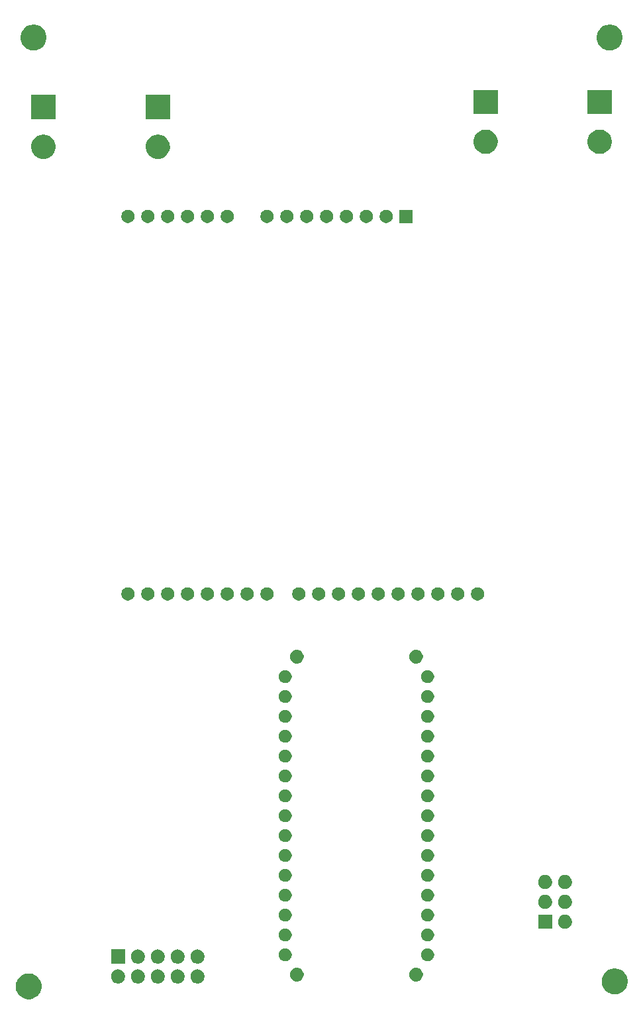
<source format=gbr>
G04 #@! TF.GenerationSoftware,KiCad,Pcbnew,5.1.5+dfsg1-2build2*
G04 #@! TF.CreationDate,2021-11-22T11:52:30+00:00*
G04 #@! TF.ProjectId,PIDController,50494443-6f6e-4747-926f-6c6c65722e6b,rev?*
G04 #@! TF.SameCoordinates,Original*
G04 #@! TF.FileFunction,Soldermask,Bot*
G04 #@! TF.FilePolarity,Negative*
%FSLAX46Y46*%
G04 Gerber Fmt 4.6, Leading zero omitted, Abs format (unit mm)*
G04 Created by KiCad (PCBNEW 5.1.5+dfsg1-2build2) date 2021-11-22 11:52:30*
%MOMM*%
%LPD*%
G04 APERTURE LIST*
%ADD10C,0.100000*%
G04 APERTURE END LIST*
D10*
G36*
X109595256Y-151426298D02*
G01*
X109701579Y-151447447D01*
X110002042Y-151571903D01*
X110272451Y-151752585D01*
X110502415Y-151982549D01*
X110661624Y-152220822D01*
X110683098Y-152252960D01*
X110718883Y-152339353D01*
X110807553Y-152553421D01*
X110871000Y-152872391D01*
X110871000Y-153197609D01*
X110807553Y-153516579D01*
X110683097Y-153817042D01*
X110502415Y-154087451D01*
X110272451Y-154317415D01*
X110002042Y-154498097D01*
X109701579Y-154622553D01*
X109595256Y-154643702D01*
X109382611Y-154686000D01*
X109057389Y-154686000D01*
X108844744Y-154643702D01*
X108738421Y-154622553D01*
X108437958Y-154498097D01*
X108167549Y-154317415D01*
X107937585Y-154087451D01*
X107756903Y-153817042D01*
X107632447Y-153516579D01*
X107569000Y-153197609D01*
X107569000Y-152872391D01*
X107632447Y-152553421D01*
X107721117Y-152339353D01*
X107756902Y-152252960D01*
X107778376Y-152220822D01*
X107937585Y-151982549D01*
X108167549Y-151752585D01*
X108437958Y-151571903D01*
X108738421Y-151447447D01*
X108844744Y-151426298D01*
X109057389Y-151384000D01*
X109382611Y-151384000D01*
X109595256Y-151426298D01*
G37*
G36*
X184525256Y-150791298D02*
G01*
X184631579Y-150812447D01*
X184932042Y-150936903D01*
X185202451Y-151117585D01*
X185432415Y-151347549D01*
X185535742Y-151502189D01*
X185613098Y-151617960D01*
X185637246Y-151676258D01*
X185710762Y-151853741D01*
X185737553Y-151918422D01*
X185801000Y-152237389D01*
X185801000Y-152562611D01*
X185780434Y-152666000D01*
X185737553Y-152881579D01*
X185613097Y-153182042D01*
X185432415Y-153452451D01*
X185202451Y-153682415D01*
X184932042Y-153863097D01*
X184631579Y-153987553D01*
X184525256Y-154008702D01*
X184312611Y-154051000D01*
X183987389Y-154051000D01*
X183774744Y-154008702D01*
X183668421Y-153987553D01*
X183367958Y-153863097D01*
X183097549Y-153682415D01*
X182867585Y-153452451D01*
X182686903Y-153182042D01*
X182562447Y-152881579D01*
X182519566Y-152666000D01*
X182499000Y-152562611D01*
X182499000Y-152237389D01*
X182562447Y-151918422D01*
X182589239Y-151853741D01*
X182662754Y-151676258D01*
X182686902Y-151617960D01*
X182764258Y-151502189D01*
X182867585Y-151347549D01*
X183097549Y-151117585D01*
X183367958Y-150936903D01*
X183668421Y-150812447D01*
X183774744Y-150791298D01*
X183987389Y-150749000D01*
X184312611Y-150749000D01*
X184525256Y-150791298D01*
G37*
G36*
X128383512Y-150868927D02*
G01*
X128532812Y-150898624D01*
X128696784Y-150966544D01*
X128844354Y-151065147D01*
X128969853Y-151190646D01*
X129068456Y-151338216D01*
X129136376Y-151502188D01*
X129171000Y-151676259D01*
X129171000Y-151853741D01*
X129136376Y-152027812D01*
X129068456Y-152191784D01*
X128969853Y-152339354D01*
X128844354Y-152464853D01*
X128696784Y-152563456D01*
X128532812Y-152631376D01*
X128383512Y-152661073D01*
X128358742Y-152666000D01*
X128181258Y-152666000D01*
X128156488Y-152661073D01*
X128007188Y-152631376D01*
X127843216Y-152563456D01*
X127695646Y-152464853D01*
X127570147Y-152339354D01*
X127471544Y-152191784D01*
X127403624Y-152027812D01*
X127369000Y-151853741D01*
X127369000Y-151676259D01*
X127403624Y-151502188D01*
X127471544Y-151338216D01*
X127570147Y-151190646D01*
X127695646Y-151065147D01*
X127843216Y-150966544D01*
X128007188Y-150898624D01*
X128156488Y-150868927D01*
X128181258Y-150864000D01*
X128358742Y-150864000D01*
X128383512Y-150868927D01*
G37*
G36*
X123303512Y-150868927D02*
G01*
X123452812Y-150898624D01*
X123616784Y-150966544D01*
X123764354Y-151065147D01*
X123889853Y-151190646D01*
X123988456Y-151338216D01*
X124056376Y-151502188D01*
X124091000Y-151676259D01*
X124091000Y-151853741D01*
X124056376Y-152027812D01*
X123988456Y-152191784D01*
X123889853Y-152339354D01*
X123764354Y-152464853D01*
X123616784Y-152563456D01*
X123452812Y-152631376D01*
X123303512Y-152661073D01*
X123278742Y-152666000D01*
X123101258Y-152666000D01*
X123076488Y-152661073D01*
X122927188Y-152631376D01*
X122763216Y-152563456D01*
X122615646Y-152464853D01*
X122490147Y-152339354D01*
X122391544Y-152191784D01*
X122323624Y-152027812D01*
X122289000Y-151853741D01*
X122289000Y-151676259D01*
X122323624Y-151502188D01*
X122391544Y-151338216D01*
X122490147Y-151190646D01*
X122615646Y-151065147D01*
X122763216Y-150966544D01*
X122927188Y-150898624D01*
X123076488Y-150868927D01*
X123101258Y-150864000D01*
X123278742Y-150864000D01*
X123303512Y-150868927D01*
G37*
G36*
X125843512Y-150868927D02*
G01*
X125992812Y-150898624D01*
X126156784Y-150966544D01*
X126304354Y-151065147D01*
X126429853Y-151190646D01*
X126528456Y-151338216D01*
X126596376Y-151502188D01*
X126631000Y-151676259D01*
X126631000Y-151853741D01*
X126596376Y-152027812D01*
X126528456Y-152191784D01*
X126429853Y-152339354D01*
X126304354Y-152464853D01*
X126156784Y-152563456D01*
X125992812Y-152631376D01*
X125843512Y-152661073D01*
X125818742Y-152666000D01*
X125641258Y-152666000D01*
X125616488Y-152661073D01*
X125467188Y-152631376D01*
X125303216Y-152563456D01*
X125155646Y-152464853D01*
X125030147Y-152339354D01*
X124931544Y-152191784D01*
X124863624Y-152027812D01*
X124829000Y-151853741D01*
X124829000Y-151676259D01*
X124863624Y-151502188D01*
X124931544Y-151338216D01*
X125030147Y-151190646D01*
X125155646Y-151065147D01*
X125303216Y-150966544D01*
X125467188Y-150898624D01*
X125616488Y-150868927D01*
X125641258Y-150864000D01*
X125818742Y-150864000D01*
X125843512Y-150868927D01*
G37*
G36*
X130923512Y-150868927D02*
G01*
X131072812Y-150898624D01*
X131236784Y-150966544D01*
X131384354Y-151065147D01*
X131509853Y-151190646D01*
X131608456Y-151338216D01*
X131676376Y-151502188D01*
X131711000Y-151676259D01*
X131711000Y-151853741D01*
X131676376Y-152027812D01*
X131608456Y-152191784D01*
X131509853Y-152339354D01*
X131384354Y-152464853D01*
X131236784Y-152563456D01*
X131072812Y-152631376D01*
X130923512Y-152661073D01*
X130898742Y-152666000D01*
X130721258Y-152666000D01*
X130696488Y-152661073D01*
X130547188Y-152631376D01*
X130383216Y-152563456D01*
X130235646Y-152464853D01*
X130110147Y-152339354D01*
X130011544Y-152191784D01*
X129943624Y-152027812D01*
X129909000Y-151853741D01*
X129909000Y-151676259D01*
X129943624Y-151502188D01*
X130011544Y-151338216D01*
X130110147Y-151190646D01*
X130235646Y-151065147D01*
X130383216Y-150966544D01*
X130547188Y-150898624D01*
X130696488Y-150868927D01*
X130721258Y-150864000D01*
X130898742Y-150864000D01*
X130923512Y-150868927D01*
G37*
G36*
X120763512Y-150868927D02*
G01*
X120912812Y-150898624D01*
X121076784Y-150966544D01*
X121224354Y-151065147D01*
X121349853Y-151190646D01*
X121448456Y-151338216D01*
X121516376Y-151502188D01*
X121551000Y-151676259D01*
X121551000Y-151853741D01*
X121516376Y-152027812D01*
X121448456Y-152191784D01*
X121349853Y-152339354D01*
X121224354Y-152464853D01*
X121076784Y-152563456D01*
X120912812Y-152631376D01*
X120763512Y-152661073D01*
X120738742Y-152666000D01*
X120561258Y-152666000D01*
X120536488Y-152661073D01*
X120387188Y-152631376D01*
X120223216Y-152563456D01*
X120075646Y-152464853D01*
X119950147Y-152339354D01*
X119851544Y-152191784D01*
X119783624Y-152027812D01*
X119749000Y-151853741D01*
X119749000Y-151676259D01*
X119783624Y-151502188D01*
X119851544Y-151338216D01*
X119950147Y-151190646D01*
X120075646Y-151065147D01*
X120223216Y-150966544D01*
X120387188Y-150898624D01*
X120536488Y-150868927D01*
X120561258Y-150864000D01*
X120738742Y-150864000D01*
X120763512Y-150868927D01*
G37*
G36*
X158920997Y-150680342D02*
G01*
X159005666Y-150697183D01*
X159071738Y-150724551D01*
X159165177Y-150763255D01*
X159308736Y-150859178D01*
X159430822Y-150981264D01*
X159526745Y-151124823D01*
X159592817Y-151284335D01*
X159626500Y-151453671D01*
X159626500Y-151626329D01*
X159592817Y-151795665D01*
X159526745Y-151955177D01*
X159430822Y-152098736D01*
X159308736Y-152220822D01*
X159165177Y-152316745D01*
X159071738Y-152355449D01*
X159005666Y-152382817D01*
X158920997Y-152399658D01*
X158836329Y-152416500D01*
X158663671Y-152416500D01*
X158579003Y-152399658D01*
X158494334Y-152382817D01*
X158428262Y-152355449D01*
X158334823Y-152316745D01*
X158191264Y-152220822D01*
X158069178Y-152098736D01*
X157973255Y-151955177D01*
X157907183Y-151795665D01*
X157873500Y-151626329D01*
X157873500Y-151453671D01*
X157907183Y-151284335D01*
X157973255Y-151124823D01*
X158069178Y-150981264D01*
X158191264Y-150859178D01*
X158334823Y-150763255D01*
X158428262Y-150724551D01*
X158494334Y-150697183D01*
X158579003Y-150680342D01*
X158663671Y-150663500D01*
X158836329Y-150663500D01*
X158920997Y-150680342D01*
G37*
G36*
X143680997Y-150680342D02*
G01*
X143765666Y-150697183D01*
X143831738Y-150724551D01*
X143925177Y-150763255D01*
X144068736Y-150859178D01*
X144190822Y-150981264D01*
X144286745Y-151124823D01*
X144352817Y-151284335D01*
X144386500Y-151453671D01*
X144386500Y-151626329D01*
X144352817Y-151795665D01*
X144286745Y-151955177D01*
X144190822Y-152098736D01*
X144068736Y-152220822D01*
X143925177Y-152316745D01*
X143831738Y-152355449D01*
X143765666Y-152382817D01*
X143680997Y-152399658D01*
X143596329Y-152416500D01*
X143423671Y-152416500D01*
X143339003Y-152399658D01*
X143254334Y-152382817D01*
X143188262Y-152355449D01*
X143094823Y-152316745D01*
X142951264Y-152220822D01*
X142829178Y-152098736D01*
X142733255Y-151955177D01*
X142667183Y-151795665D01*
X142633500Y-151626329D01*
X142633500Y-151453671D01*
X142667183Y-151284335D01*
X142733255Y-151124823D01*
X142829178Y-150981264D01*
X142951264Y-150859178D01*
X143094823Y-150763255D01*
X143188262Y-150724551D01*
X143254334Y-150697183D01*
X143339003Y-150680342D01*
X143423671Y-150663500D01*
X143596329Y-150663500D01*
X143680997Y-150680342D01*
G37*
G36*
X123303512Y-148328927D02*
G01*
X123452812Y-148358624D01*
X123616784Y-148426544D01*
X123764354Y-148525147D01*
X123889853Y-148650646D01*
X123988456Y-148798216D01*
X124056376Y-148962188D01*
X124091000Y-149136259D01*
X124091000Y-149313741D01*
X124056376Y-149487812D01*
X123988456Y-149651784D01*
X123889853Y-149799354D01*
X123764354Y-149924853D01*
X123616784Y-150023456D01*
X123452812Y-150091376D01*
X123303512Y-150121073D01*
X123278742Y-150126000D01*
X123101258Y-150126000D01*
X123076488Y-150121073D01*
X122927188Y-150091376D01*
X122763216Y-150023456D01*
X122615646Y-149924853D01*
X122490147Y-149799354D01*
X122391544Y-149651784D01*
X122323624Y-149487812D01*
X122289000Y-149313741D01*
X122289000Y-149136259D01*
X122323624Y-148962188D01*
X122391544Y-148798216D01*
X122490147Y-148650646D01*
X122615646Y-148525147D01*
X122763216Y-148426544D01*
X122927188Y-148358624D01*
X123076488Y-148328927D01*
X123101258Y-148324000D01*
X123278742Y-148324000D01*
X123303512Y-148328927D01*
G37*
G36*
X125843512Y-148328927D02*
G01*
X125992812Y-148358624D01*
X126156784Y-148426544D01*
X126304354Y-148525147D01*
X126429853Y-148650646D01*
X126528456Y-148798216D01*
X126596376Y-148962188D01*
X126631000Y-149136259D01*
X126631000Y-149313741D01*
X126596376Y-149487812D01*
X126528456Y-149651784D01*
X126429853Y-149799354D01*
X126304354Y-149924853D01*
X126156784Y-150023456D01*
X125992812Y-150091376D01*
X125843512Y-150121073D01*
X125818742Y-150126000D01*
X125641258Y-150126000D01*
X125616488Y-150121073D01*
X125467188Y-150091376D01*
X125303216Y-150023456D01*
X125155646Y-149924853D01*
X125030147Y-149799354D01*
X124931544Y-149651784D01*
X124863624Y-149487812D01*
X124829000Y-149313741D01*
X124829000Y-149136259D01*
X124863624Y-148962188D01*
X124931544Y-148798216D01*
X125030147Y-148650646D01*
X125155646Y-148525147D01*
X125303216Y-148426544D01*
X125467188Y-148358624D01*
X125616488Y-148328927D01*
X125641258Y-148324000D01*
X125818742Y-148324000D01*
X125843512Y-148328927D01*
G37*
G36*
X130923512Y-148328927D02*
G01*
X131072812Y-148358624D01*
X131236784Y-148426544D01*
X131384354Y-148525147D01*
X131509853Y-148650646D01*
X131608456Y-148798216D01*
X131676376Y-148962188D01*
X131711000Y-149136259D01*
X131711000Y-149313741D01*
X131676376Y-149487812D01*
X131608456Y-149651784D01*
X131509853Y-149799354D01*
X131384354Y-149924853D01*
X131236784Y-150023456D01*
X131072812Y-150091376D01*
X130923512Y-150121073D01*
X130898742Y-150126000D01*
X130721258Y-150126000D01*
X130696488Y-150121073D01*
X130547188Y-150091376D01*
X130383216Y-150023456D01*
X130235646Y-149924853D01*
X130110147Y-149799354D01*
X130011544Y-149651784D01*
X129943624Y-149487812D01*
X129909000Y-149313741D01*
X129909000Y-149136259D01*
X129943624Y-148962188D01*
X130011544Y-148798216D01*
X130110147Y-148650646D01*
X130235646Y-148525147D01*
X130383216Y-148426544D01*
X130547188Y-148358624D01*
X130696488Y-148328927D01*
X130721258Y-148324000D01*
X130898742Y-148324000D01*
X130923512Y-148328927D01*
G37*
G36*
X128383512Y-148328927D02*
G01*
X128532812Y-148358624D01*
X128696784Y-148426544D01*
X128844354Y-148525147D01*
X128969853Y-148650646D01*
X129068456Y-148798216D01*
X129136376Y-148962188D01*
X129171000Y-149136259D01*
X129171000Y-149313741D01*
X129136376Y-149487812D01*
X129068456Y-149651784D01*
X128969853Y-149799354D01*
X128844354Y-149924853D01*
X128696784Y-150023456D01*
X128532812Y-150091376D01*
X128383512Y-150121073D01*
X128358742Y-150126000D01*
X128181258Y-150126000D01*
X128156488Y-150121073D01*
X128007188Y-150091376D01*
X127843216Y-150023456D01*
X127695646Y-149924853D01*
X127570147Y-149799354D01*
X127471544Y-149651784D01*
X127403624Y-149487812D01*
X127369000Y-149313741D01*
X127369000Y-149136259D01*
X127403624Y-148962188D01*
X127471544Y-148798216D01*
X127570147Y-148650646D01*
X127695646Y-148525147D01*
X127843216Y-148426544D01*
X128007188Y-148358624D01*
X128156488Y-148328927D01*
X128181258Y-148324000D01*
X128358742Y-148324000D01*
X128383512Y-148328927D01*
G37*
G36*
X121551000Y-150126000D02*
G01*
X119749000Y-150126000D01*
X119749000Y-148324000D01*
X121551000Y-148324000D01*
X121551000Y-150126000D01*
G37*
G36*
X142272394Y-148200934D02*
G01*
X142423624Y-148263576D01*
X142423626Y-148263577D01*
X142559732Y-148354520D01*
X142675480Y-148470268D01*
X142766423Y-148606374D01*
X142766424Y-148606376D01*
X142829066Y-148757606D01*
X142861000Y-148918152D01*
X142861000Y-149081848D01*
X142829066Y-149242394D01*
X142799512Y-149313742D01*
X142766423Y-149393626D01*
X142675480Y-149529732D01*
X142559732Y-149645480D01*
X142423626Y-149736423D01*
X142423625Y-149736424D01*
X142423624Y-149736424D01*
X142272394Y-149799066D01*
X142111848Y-149831000D01*
X141948152Y-149831000D01*
X141787606Y-149799066D01*
X141636376Y-149736424D01*
X141636375Y-149736424D01*
X141636374Y-149736423D01*
X141500268Y-149645480D01*
X141384520Y-149529732D01*
X141293577Y-149393626D01*
X141260488Y-149313742D01*
X141230934Y-149242394D01*
X141199000Y-149081848D01*
X141199000Y-148918152D01*
X141230934Y-148757606D01*
X141293576Y-148606376D01*
X141293577Y-148606374D01*
X141384520Y-148470268D01*
X141500268Y-148354520D01*
X141636374Y-148263577D01*
X141636376Y-148263576D01*
X141787606Y-148200934D01*
X141948152Y-148169000D01*
X142111848Y-148169000D01*
X142272394Y-148200934D01*
G37*
G36*
X160472394Y-148200934D02*
G01*
X160623624Y-148263576D01*
X160623626Y-148263577D01*
X160759732Y-148354520D01*
X160875480Y-148470268D01*
X160966423Y-148606374D01*
X160966424Y-148606376D01*
X161029066Y-148757606D01*
X161061000Y-148918152D01*
X161061000Y-149081848D01*
X161029066Y-149242394D01*
X160999512Y-149313742D01*
X160966423Y-149393626D01*
X160875480Y-149529732D01*
X160759732Y-149645480D01*
X160623626Y-149736423D01*
X160623625Y-149736424D01*
X160623624Y-149736424D01*
X160472394Y-149799066D01*
X160311848Y-149831000D01*
X160148152Y-149831000D01*
X159987606Y-149799066D01*
X159836376Y-149736424D01*
X159836375Y-149736424D01*
X159836374Y-149736423D01*
X159700268Y-149645480D01*
X159584520Y-149529732D01*
X159493577Y-149393626D01*
X159460488Y-149313742D01*
X159430934Y-149242394D01*
X159399000Y-149081848D01*
X159399000Y-148918152D01*
X159430934Y-148757606D01*
X159493576Y-148606376D01*
X159493577Y-148606374D01*
X159584520Y-148470268D01*
X159700268Y-148354520D01*
X159836374Y-148263577D01*
X159836376Y-148263576D01*
X159987606Y-148200934D01*
X160148152Y-148169000D01*
X160311848Y-148169000D01*
X160472394Y-148200934D01*
G37*
G36*
X160472394Y-145660934D02*
G01*
X160623624Y-145723576D01*
X160623626Y-145723577D01*
X160759732Y-145814520D01*
X160875480Y-145930268D01*
X160966423Y-146066374D01*
X160966424Y-146066376D01*
X161029066Y-146217606D01*
X161061000Y-146378152D01*
X161061000Y-146541848D01*
X161029066Y-146702394D01*
X160966424Y-146853624D01*
X160966423Y-146853626D01*
X160875480Y-146989732D01*
X160759732Y-147105480D01*
X160623626Y-147196423D01*
X160623625Y-147196424D01*
X160623624Y-147196424D01*
X160472394Y-147259066D01*
X160311848Y-147291000D01*
X160148152Y-147291000D01*
X159987606Y-147259066D01*
X159836376Y-147196424D01*
X159836375Y-147196424D01*
X159836374Y-147196423D01*
X159700268Y-147105480D01*
X159584520Y-146989732D01*
X159493577Y-146853626D01*
X159493576Y-146853624D01*
X159430934Y-146702394D01*
X159399000Y-146541848D01*
X159399000Y-146378152D01*
X159430934Y-146217606D01*
X159493576Y-146066376D01*
X159493577Y-146066374D01*
X159584520Y-145930268D01*
X159700268Y-145814520D01*
X159836374Y-145723577D01*
X159836376Y-145723576D01*
X159987606Y-145660934D01*
X160148152Y-145629000D01*
X160311848Y-145629000D01*
X160472394Y-145660934D01*
G37*
G36*
X142272394Y-145660934D02*
G01*
X142423624Y-145723576D01*
X142423626Y-145723577D01*
X142559732Y-145814520D01*
X142675480Y-145930268D01*
X142766423Y-146066374D01*
X142766424Y-146066376D01*
X142829066Y-146217606D01*
X142861000Y-146378152D01*
X142861000Y-146541848D01*
X142829066Y-146702394D01*
X142766424Y-146853624D01*
X142766423Y-146853626D01*
X142675480Y-146989732D01*
X142559732Y-147105480D01*
X142423626Y-147196423D01*
X142423625Y-147196424D01*
X142423624Y-147196424D01*
X142272394Y-147259066D01*
X142111848Y-147291000D01*
X141948152Y-147291000D01*
X141787606Y-147259066D01*
X141636376Y-147196424D01*
X141636375Y-147196424D01*
X141636374Y-147196423D01*
X141500268Y-147105480D01*
X141384520Y-146989732D01*
X141293577Y-146853626D01*
X141293576Y-146853624D01*
X141230934Y-146702394D01*
X141199000Y-146541848D01*
X141199000Y-146378152D01*
X141230934Y-146217606D01*
X141293576Y-146066376D01*
X141293577Y-146066374D01*
X141384520Y-145930268D01*
X141500268Y-145814520D01*
X141636374Y-145723577D01*
X141636376Y-145723576D01*
X141787606Y-145660934D01*
X141948152Y-145629000D01*
X142111848Y-145629000D01*
X142272394Y-145660934D01*
G37*
G36*
X177913512Y-143883927D02*
G01*
X178062812Y-143913624D01*
X178226784Y-143981544D01*
X178374354Y-144080147D01*
X178499853Y-144205646D01*
X178598456Y-144353216D01*
X178666376Y-144517188D01*
X178701000Y-144691259D01*
X178701000Y-144868741D01*
X178666376Y-145042812D01*
X178598456Y-145206784D01*
X178499853Y-145354354D01*
X178374354Y-145479853D01*
X178226784Y-145578456D01*
X178062812Y-145646376D01*
X177913512Y-145676073D01*
X177888742Y-145681000D01*
X177711258Y-145681000D01*
X177686488Y-145676073D01*
X177537188Y-145646376D01*
X177373216Y-145578456D01*
X177225646Y-145479853D01*
X177100147Y-145354354D01*
X177001544Y-145206784D01*
X176933624Y-145042812D01*
X176899000Y-144868741D01*
X176899000Y-144691259D01*
X176933624Y-144517188D01*
X177001544Y-144353216D01*
X177100147Y-144205646D01*
X177225646Y-144080147D01*
X177373216Y-143981544D01*
X177537188Y-143913624D01*
X177686488Y-143883927D01*
X177711258Y-143879000D01*
X177888742Y-143879000D01*
X177913512Y-143883927D01*
G37*
G36*
X176161000Y-145681000D02*
G01*
X174359000Y-145681000D01*
X174359000Y-143879000D01*
X176161000Y-143879000D01*
X176161000Y-145681000D01*
G37*
G36*
X142272394Y-143120934D02*
G01*
X142423624Y-143183576D01*
X142423626Y-143183577D01*
X142559732Y-143274520D01*
X142675480Y-143390268D01*
X142766423Y-143526374D01*
X142766424Y-143526376D01*
X142829066Y-143677606D01*
X142861000Y-143838152D01*
X142861000Y-144001848D01*
X142829066Y-144162394D01*
X142766424Y-144313624D01*
X142766423Y-144313626D01*
X142675480Y-144449732D01*
X142559732Y-144565480D01*
X142423626Y-144656423D01*
X142423625Y-144656424D01*
X142423624Y-144656424D01*
X142272394Y-144719066D01*
X142111848Y-144751000D01*
X141948152Y-144751000D01*
X141787606Y-144719066D01*
X141636376Y-144656424D01*
X141636375Y-144656424D01*
X141636374Y-144656423D01*
X141500268Y-144565480D01*
X141384520Y-144449732D01*
X141293577Y-144313626D01*
X141293576Y-144313624D01*
X141230934Y-144162394D01*
X141199000Y-144001848D01*
X141199000Y-143838152D01*
X141230934Y-143677606D01*
X141293576Y-143526376D01*
X141293577Y-143526374D01*
X141384520Y-143390268D01*
X141500268Y-143274520D01*
X141636374Y-143183577D01*
X141636376Y-143183576D01*
X141787606Y-143120934D01*
X141948152Y-143089000D01*
X142111848Y-143089000D01*
X142272394Y-143120934D01*
G37*
G36*
X160472394Y-143120934D02*
G01*
X160623624Y-143183576D01*
X160623626Y-143183577D01*
X160759732Y-143274520D01*
X160875480Y-143390268D01*
X160966423Y-143526374D01*
X160966424Y-143526376D01*
X161029066Y-143677606D01*
X161061000Y-143838152D01*
X161061000Y-144001848D01*
X161029066Y-144162394D01*
X160966424Y-144313624D01*
X160966423Y-144313626D01*
X160875480Y-144449732D01*
X160759732Y-144565480D01*
X160623626Y-144656423D01*
X160623625Y-144656424D01*
X160623624Y-144656424D01*
X160472394Y-144719066D01*
X160311848Y-144751000D01*
X160148152Y-144751000D01*
X159987606Y-144719066D01*
X159836376Y-144656424D01*
X159836375Y-144656424D01*
X159836374Y-144656423D01*
X159700268Y-144565480D01*
X159584520Y-144449732D01*
X159493577Y-144313626D01*
X159493576Y-144313624D01*
X159430934Y-144162394D01*
X159399000Y-144001848D01*
X159399000Y-143838152D01*
X159430934Y-143677606D01*
X159493576Y-143526376D01*
X159493577Y-143526374D01*
X159584520Y-143390268D01*
X159700268Y-143274520D01*
X159836374Y-143183577D01*
X159836376Y-143183576D01*
X159987606Y-143120934D01*
X160148152Y-143089000D01*
X160311848Y-143089000D01*
X160472394Y-143120934D01*
G37*
G36*
X177913512Y-141343927D02*
G01*
X178062812Y-141373624D01*
X178226784Y-141441544D01*
X178374354Y-141540147D01*
X178499853Y-141665646D01*
X178598456Y-141813216D01*
X178666376Y-141977188D01*
X178701000Y-142151259D01*
X178701000Y-142328741D01*
X178666376Y-142502812D01*
X178598456Y-142666784D01*
X178499853Y-142814354D01*
X178374354Y-142939853D01*
X178226784Y-143038456D01*
X178062812Y-143106376D01*
X177913512Y-143136073D01*
X177888742Y-143141000D01*
X177711258Y-143141000D01*
X177686488Y-143136073D01*
X177537188Y-143106376D01*
X177373216Y-143038456D01*
X177225646Y-142939853D01*
X177100147Y-142814354D01*
X177001544Y-142666784D01*
X176933624Y-142502812D01*
X176899000Y-142328741D01*
X176899000Y-142151259D01*
X176933624Y-141977188D01*
X177001544Y-141813216D01*
X177100147Y-141665646D01*
X177225646Y-141540147D01*
X177373216Y-141441544D01*
X177537188Y-141373624D01*
X177686488Y-141343927D01*
X177711258Y-141339000D01*
X177888742Y-141339000D01*
X177913512Y-141343927D01*
G37*
G36*
X175373512Y-141343927D02*
G01*
X175522812Y-141373624D01*
X175686784Y-141441544D01*
X175834354Y-141540147D01*
X175959853Y-141665646D01*
X176058456Y-141813216D01*
X176126376Y-141977188D01*
X176161000Y-142151259D01*
X176161000Y-142328741D01*
X176126376Y-142502812D01*
X176058456Y-142666784D01*
X175959853Y-142814354D01*
X175834354Y-142939853D01*
X175686784Y-143038456D01*
X175522812Y-143106376D01*
X175373512Y-143136073D01*
X175348742Y-143141000D01*
X175171258Y-143141000D01*
X175146488Y-143136073D01*
X174997188Y-143106376D01*
X174833216Y-143038456D01*
X174685646Y-142939853D01*
X174560147Y-142814354D01*
X174461544Y-142666784D01*
X174393624Y-142502812D01*
X174359000Y-142328741D01*
X174359000Y-142151259D01*
X174393624Y-141977188D01*
X174461544Y-141813216D01*
X174560147Y-141665646D01*
X174685646Y-141540147D01*
X174833216Y-141441544D01*
X174997188Y-141373624D01*
X175146488Y-141343927D01*
X175171258Y-141339000D01*
X175348742Y-141339000D01*
X175373512Y-141343927D01*
G37*
G36*
X160472394Y-140580934D02*
G01*
X160623624Y-140643576D01*
X160623626Y-140643577D01*
X160759732Y-140734520D01*
X160875480Y-140850268D01*
X160966423Y-140986374D01*
X160966424Y-140986376D01*
X161029066Y-141137606D01*
X161061000Y-141298152D01*
X161061000Y-141461848D01*
X161029066Y-141622394D01*
X160966424Y-141773624D01*
X160966423Y-141773626D01*
X160875480Y-141909732D01*
X160759732Y-142025480D01*
X160623626Y-142116423D01*
X160623625Y-142116424D01*
X160623624Y-142116424D01*
X160472394Y-142179066D01*
X160311848Y-142211000D01*
X160148152Y-142211000D01*
X159987606Y-142179066D01*
X159836376Y-142116424D01*
X159836375Y-142116424D01*
X159836374Y-142116423D01*
X159700268Y-142025480D01*
X159584520Y-141909732D01*
X159493577Y-141773626D01*
X159493576Y-141773624D01*
X159430934Y-141622394D01*
X159399000Y-141461848D01*
X159399000Y-141298152D01*
X159430934Y-141137606D01*
X159493576Y-140986376D01*
X159493577Y-140986374D01*
X159584520Y-140850268D01*
X159700268Y-140734520D01*
X159836374Y-140643577D01*
X159836376Y-140643576D01*
X159987606Y-140580934D01*
X160148152Y-140549000D01*
X160311848Y-140549000D01*
X160472394Y-140580934D01*
G37*
G36*
X142272394Y-140580934D02*
G01*
X142423624Y-140643576D01*
X142423626Y-140643577D01*
X142559732Y-140734520D01*
X142675480Y-140850268D01*
X142766423Y-140986374D01*
X142766424Y-140986376D01*
X142829066Y-141137606D01*
X142861000Y-141298152D01*
X142861000Y-141461848D01*
X142829066Y-141622394D01*
X142766424Y-141773624D01*
X142766423Y-141773626D01*
X142675480Y-141909732D01*
X142559732Y-142025480D01*
X142423626Y-142116423D01*
X142423625Y-142116424D01*
X142423624Y-142116424D01*
X142272394Y-142179066D01*
X142111848Y-142211000D01*
X141948152Y-142211000D01*
X141787606Y-142179066D01*
X141636376Y-142116424D01*
X141636375Y-142116424D01*
X141636374Y-142116423D01*
X141500268Y-142025480D01*
X141384520Y-141909732D01*
X141293577Y-141773626D01*
X141293576Y-141773624D01*
X141230934Y-141622394D01*
X141199000Y-141461848D01*
X141199000Y-141298152D01*
X141230934Y-141137606D01*
X141293576Y-140986376D01*
X141293577Y-140986374D01*
X141384520Y-140850268D01*
X141500268Y-140734520D01*
X141636374Y-140643577D01*
X141636376Y-140643576D01*
X141787606Y-140580934D01*
X141948152Y-140549000D01*
X142111848Y-140549000D01*
X142272394Y-140580934D01*
G37*
G36*
X175373512Y-138803927D02*
G01*
X175522812Y-138833624D01*
X175686784Y-138901544D01*
X175834354Y-139000147D01*
X175959853Y-139125646D01*
X176058456Y-139273216D01*
X176126376Y-139437188D01*
X176161000Y-139611259D01*
X176161000Y-139788741D01*
X176126376Y-139962812D01*
X176058456Y-140126784D01*
X175959853Y-140274354D01*
X175834354Y-140399853D01*
X175686784Y-140498456D01*
X175522812Y-140566376D01*
X175373512Y-140596073D01*
X175348742Y-140601000D01*
X175171258Y-140601000D01*
X175146488Y-140596073D01*
X174997188Y-140566376D01*
X174833216Y-140498456D01*
X174685646Y-140399853D01*
X174560147Y-140274354D01*
X174461544Y-140126784D01*
X174393624Y-139962812D01*
X174359000Y-139788741D01*
X174359000Y-139611259D01*
X174393624Y-139437188D01*
X174461544Y-139273216D01*
X174560147Y-139125646D01*
X174685646Y-139000147D01*
X174833216Y-138901544D01*
X174997188Y-138833624D01*
X175146488Y-138803927D01*
X175171258Y-138799000D01*
X175348742Y-138799000D01*
X175373512Y-138803927D01*
G37*
G36*
X177913512Y-138803927D02*
G01*
X178062812Y-138833624D01*
X178226784Y-138901544D01*
X178374354Y-139000147D01*
X178499853Y-139125646D01*
X178598456Y-139273216D01*
X178666376Y-139437188D01*
X178701000Y-139611259D01*
X178701000Y-139788741D01*
X178666376Y-139962812D01*
X178598456Y-140126784D01*
X178499853Y-140274354D01*
X178374354Y-140399853D01*
X178226784Y-140498456D01*
X178062812Y-140566376D01*
X177913512Y-140596073D01*
X177888742Y-140601000D01*
X177711258Y-140601000D01*
X177686488Y-140596073D01*
X177537188Y-140566376D01*
X177373216Y-140498456D01*
X177225646Y-140399853D01*
X177100147Y-140274354D01*
X177001544Y-140126784D01*
X176933624Y-139962812D01*
X176899000Y-139788741D01*
X176899000Y-139611259D01*
X176933624Y-139437188D01*
X177001544Y-139273216D01*
X177100147Y-139125646D01*
X177225646Y-139000147D01*
X177373216Y-138901544D01*
X177537188Y-138833624D01*
X177686488Y-138803927D01*
X177711258Y-138799000D01*
X177888742Y-138799000D01*
X177913512Y-138803927D01*
G37*
G36*
X160472394Y-138040934D02*
G01*
X160623624Y-138103576D01*
X160623626Y-138103577D01*
X160759732Y-138194520D01*
X160875480Y-138310268D01*
X160966423Y-138446374D01*
X160966424Y-138446376D01*
X161029066Y-138597606D01*
X161061000Y-138758152D01*
X161061000Y-138921848D01*
X161029066Y-139082394D01*
X160966424Y-139233624D01*
X160966423Y-139233626D01*
X160875480Y-139369732D01*
X160759732Y-139485480D01*
X160623626Y-139576423D01*
X160623625Y-139576424D01*
X160623624Y-139576424D01*
X160472394Y-139639066D01*
X160311848Y-139671000D01*
X160148152Y-139671000D01*
X159987606Y-139639066D01*
X159836376Y-139576424D01*
X159836375Y-139576424D01*
X159836374Y-139576423D01*
X159700268Y-139485480D01*
X159584520Y-139369732D01*
X159493577Y-139233626D01*
X159493576Y-139233624D01*
X159430934Y-139082394D01*
X159399000Y-138921848D01*
X159399000Y-138758152D01*
X159430934Y-138597606D01*
X159493576Y-138446376D01*
X159493577Y-138446374D01*
X159584520Y-138310268D01*
X159700268Y-138194520D01*
X159836374Y-138103577D01*
X159836376Y-138103576D01*
X159987606Y-138040934D01*
X160148152Y-138009000D01*
X160311848Y-138009000D01*
X160472394Y-138040934D01*
G37*
G36*
X142272394Y-138040934D02*
G01*
X142423624Y-138103576D01*
X142423626Y-138103577D01*
X142559732Y-138194520D01*
X142675480Y-138310268D01*
X142766423Y-138446374D01*
X142766424Y-138446376D01*
X142829066Y-138597606D01*
X142861000Y-138758152D01*
X142861000Y-138921848D01*
X142829066Y-139082394D01*
X142766424Y-139233624D01*
X142766423Y-139233626D01*
X142675480Y-139369732D01*
X142559732Y-139485480D01*
X142423626Y-139576423D01*
X142423625Y-139576424D01*
X142423624Y-139576424D01*
X142272394Y-139639066D01*
X142111848Y-139671000D01*
X141948152Y-139671000D01*
X141787606Y-139639066D01*
X141636376Y-139576424D01*
X141636375Y-139576424D01*
X141636374Y-139576423D01*
X141500268Y-139485480D01*
X141384520Y-139369732D01*
X141293577Y-139233626D01*
X141293576Y-139233624D01*
X141230934Y-139082394D01*
X141199000Y-138921848D01*
X141199000Y-138758152D01*
X141230934Y-138597606D01*
X141293576Y-138446376D01*
X141293577Y-138446374D01*
X141384520Y-138310268D01*
X141500268Y-138194520D01*
X141636374Y-138103577D01*
X141636376Y-138103576D01*
X141787606Y-138040934D01*
X141948152Y-138009000D01*
X142111848Y-138009000D01*
X142272394Y-138040934D01*
G37*
G36*
X160472394Y-135500934D02*
G01*
X160623624Y-135563576D01*
X160623626Y-135563577D01*
X160759732Y-135654520D01*
X160875480Y-135770268D01*
X160966423Y-135906374D01*
X160966424Y-135906376D01*
X161029066Y-136057606D01*
X161061000Y-136218152D01*
X161061000Y-136381848D01*
X161029066Y-136542394D01*
X160966424Y-136693624D01*
X160966423Y-136693626D01*
X160875480Y-136829732D01*
X160759732Y-136945480D01*
X160623626Y-137036423D01*
X160623625Y-137036424D01*
X160623624Y-137036424D01*
X160472394Y-137099066D01*
X160311848Y-137131000D01*
X160148152Y-137131000D01*
X159987606Y-137099066D01*
X159836376Y-137036424D01*
X159836375Y-137036424D01*
X159836374Y-137036423D01*
X159700268Y-136945480D01*
X159584520Y-136829732D01*
X159493577Y-136693626D01*
X159493576Y-136693624D01*
X159430934Y-136542394D01*
X159399000Y-136381848D01*
X159399000Y-136218152D01*
X159430934Y-136057606D01*
X159493576Y-135906376D01*
X159493577Y-135906374D01*
X159584520Y-135770268D01*
X159700268Y-135654520D01*
X159836374Y-135563577D01*
X159836376Y-135563576D01*
X159987606Y-135500934D01*
X160148152Y-135469000D01*
X160311848Y-135469000D01*
X160472394Y-135500934D01*
G37*
G36*
X142272394Y-135500934D02*
G01*
X142423624Y-135563576D01*
X142423626Y-135563577D01*
X142559732Y-135654520D01*
X142675480Y-135770268D01*
X142766423Y-135906374D01*
X142766424Y-135906376D01*
X142829066Y-136057606D01*
X142861000Y-136218152D01*
X142861000Y-136381848D01*
X142829066Y-136542394D01*
X142766424Y-136693624D01*
X142766423Y-136693626D01*
X142675480Y-136829732D01*
X142559732Y-136945480D01*
X142423626Y-137036423D01*
X142423625Y-137036424D01*
X142423624Y-137036424D01*
X142272394Y-137099066D01*
X142111848Y-137131000D01*
X141948152Y-137131000D01*
X141787606Y-137099066D01*
X141636376Y-137036424D01*
X141636375Y-137036424D01*
X141636374Y-137036423D01*
X141500268Y-136945480D01*
X141384520Y-136829732D01*
X141293577Y-136693626D01*
X141293576Y-136693624D01*
X141230934Y-136542394D01*
X141199000Y-136381848D01*
X141199000Y-136218152D01*
X141230934Y-136057606D01*
X141293576Y-135906376D01*
X141293577Y-135906374D01*
X141384520Y-135770268D01*
X141500268Y-135654520D01*
X141636374Y-135563577D01*
X141636376Y-135563576D01*
X141787606Y-135500934D01*
X141948152Y-135469000D01*
X142111848Y-135469000D01*
X142272394Y-135500934D01*
G37*
G36*
X160472394Y-132960934D02*
G01*
X160623624Y-133023576D01*
X160623626Y-133023577D01*
X160759732Y-133114520D01*
X160875480Y-133230268D01*
X160966423Y-133366374D01*
X160966424Y-133366376D01*
X161029066Y-133517606D01*
X161061000Y-133678152D01*
X161061000Y-133841848D01*
X161029066Y-134002394D01*
X160966424Y-134153624D01*
X160966423Y-134153626D01*
X160875480Y-134289732D01*
X160759732Y-134405480D01*
X160623626Y-134496423D01*
X160623625Y-134496424D01*
X160623624Y-134496424D01*
X160472394Y-134559066D01*
X160311848Y-134591000D01*
X160148152Y-134591000D01*
X159987606Y-134559066D01*
X159836376Y-134496424D01*
X159836375Y-134496424D01*
X159836374Y-134496423D01*
X159700268Y-134405480D01*
X159584520Y-134289732D01*
X159493577Y-134153626D01*
X159493576Y-134153624D01*
X159430934Y-134002394D01*
X159399000Y-133841848D01*
X159399000Y-133678152D01*
X159430934Y-133517606D01*
X159493576Y-133366376D01*
X159493577Y-133366374D01*
X159584520Y-133230268D01*
X159700268Y-133114520D01*
X159836374Y-133023577D01*
X159836376Y-133023576D01*
X159987606Y-132960934D01*
X160148152Y-132929000D01*
X160311848Y-132929000D01*
X160472394Y-132960934D01*
G37*
G36*
X142272394Y-132960934D02*
G01*
X142423624Y-133023576D01*
X142423626Y-133023577D01*
X142559732Y-133114520D01*
X142675480Y-133230268D01*
X142766423Y-133366374D01*
X142766424Y-133366376D01*
X142829066Y-133517606D01*
X142861000Y-133678152D01*
X142861000Y-133841848D01*
X142829066Y-134002394D01*
X142766424Y-134153624D01*
X142766423Y-134153626D01*
X142675480Y-134289732D01*
X142559732Y-134405480D01*
X142423626Y-134496423D01*
X142423625Y-134496424D01*
X142423624Y-134496424D01*
X142272394Y-134559066D01*
X142111848Y-134591000D01*
X141948152Y-134591000D01*
X141787606Y-134559066D01*
X141636376Y-134496424D01*
X141636375Y-134496424D01*
X141636374Y-134496423D01*
X141500268Y-134405480D01*
X141384520Y-134289732D01*
X141293577Y-134153626D01*
X141293576Y-134153624D01*
X141230934Y-134002394D01*
X141199000Y-133841848D01*
X141199000Y-133678152D01*
X141230934Y-133517606D01*
X141293576Y-133366376D01*
X141293577Y-133366374D01*
X141384520Y-133230268D01*
X141500268Y-133114520D01*
X141636374Y-133023577D01*
X141636376Y-133023576D01*
X141787606Y-132960934D01*
X141948152Y-132929000D01*
X142111848Y-132929000D01*
X142272394Y-132960934D01*
G37*
G36*
X160472394Y-130420934D02*
G01*
X160623624Y-130483576D01*
X160623626Y-130483577D01*
X160759732Y-130574520D01*
X160875480Y-130690268D01*
X160966423Y-130826374D01*
X160966424Y-130826376D01*
X161029066Y-130977606D01*
X161061000Y-131138152D01*
X161061000Y-131301848D01*
X161029066Y-131462394D01*
X160966424Y-131613624D01*
X160966423Y-131613626D01*
X160875480Y-131749732D01*
X160759732Y-131865480D01*
X160623626Y-131956423D01*
X160623625Y-131956424D01*
X160623624Y-131956424D01*
X160472394Y-132019066D01*
X160311848Y-132051000D01*
X160148152Y-132051000D01*
X159987606Y-132019066D01*
X159836376Y-131956424D01*
X159836375Y-131956424D01*
X159836374Y-131956423D01*
X159700268Y-131865480D01*
X159584520Y-131749732D01*
X159493577Y-131613626D01*
X159493576Y-131613624D01*
X159430934Y-131462394D01*
X159399000Y-131301848D01*
X159399000Y-131138152D01*
X159430934Y-130977606D01*
X159493576Y-130826376D01*
X159493577Y-130826374D01*
X159584520Y-130690268D01*
X159700268Y-130574520D01*
X159836374Y-130483577D01*
X159836376Y-130483576D01*
X159987606Y-130420934D01*
X160148152Y-130389000D01*
X160311848Y-130389000D01*
X160472394Y-130420934D01*
G37*
G36*
X142272394Y-130420934D02*
G01*
X142423624Y-130483576D01*
X142423626Y-130483577D01*
X142559732Y-130574520D01*
X142675480Y-130690268D01*
X142766423Y-130826374D01*
X142766424Y-130826376D01*
X142829066Y-130977606D01*
X142861000Y-131138152D01*
X142861000Y-131301848D01*
X142829066Y-131462394D01*
X142766424Y-131613624D01*
X142766423Y-131613626D01*
X142675480Y-131749732D01*
X142559732Y-131865480D01*
X142423626Y-131956423D01*
X142423625Y-131956424D01*
X142423624Y-131956424D01*
X142272394Y-132019066D01*
X142111848Y-132051000D01*
X141948152Y-132051000D01*
X141787606Y-132019066D01*
X141636376Y-131956424D01*
X141636375Y-131956424D01*
X141636374Y-131956423D01*
X141500268Y-131865480D01*
X141384520Y-131749732D01*
X141293577Y-131613626D01*
X141293576Y-131613624D01*
X141230934Y-131462394D01*
X141199000Y-131301848D01*
X141199000Y-131138152D01*
X141230934Y-130977606D01*
X141293576Y-130826376D01*
X141293577Y-130826374D01*
X141384520Y-130690268D01*
X141500268Y-130574520D01*
X141636374Y-130483577D01*
X141636376Y-130483576D01*
X141787606Y-130420934D01*
X141948152Y-130389000D01*
X142111848Y-130389000D01*
X142272394Y-130420934D01*
G37*
G36*
X142272394Y-127880934D02*
G01*
X142423624Y-127943576D01*
X142423626Y-127943577D01*
X142559732Y-128034520D01*
X142675480Y-128150268D01*
X142766423Y-128286374D01*
X142766424Y-128286376D01*
X142829066Y-128437606D01*
X142861000Y-128598152D01*
X142861000Y-128761848D01*
X142829066Y-128922394D01*
X142766424Y-129073624D01*
X142766423Y-129073626D01*
X142675480Y-129209732D01*
X142559732Y-129325480D01*
X142423626Y-129416423D01*
X142423625Y-129416424D01*
X142423624Y-129416424D01*
X142272394Y-129479066D01*
X142111848Y-129511000D01*
X141948152Y-129511000D01*
X141787606Y-129479066D01*
X141636376Y-129416424D01*
X141636375Y-129416424D01*
X141636374Y-129416423D01*
X141500268Y-129325480D01*
X141384520Y-129209732D01*
X141293577Y-129073626D01*
X141293576Y-129073624D01*
X141230934Y-128922394D01*
X141199000Y-128761848D01*
X141199000Y-128598152D01*
X141230934Y-128437606D01*
X141293576Y-128286376D01*
X141293577Y-128286374D01*
X141384520Y-128150268D01*
X141500268Y-128034520D01*
X141636374Y-127943577D01*
X141636376Y-127943576D01*
X141787606Y-127880934D01*
X141948152Y-127849000D01*
X142111848Y-127849000D01*
X142272394Y-127880934D01*
G37*
G36*
X160472394Y-127880934D02*
G01*
X160623624Y-127943576D01*
X160623626Y-127943577D01*
X160759732Y-128034520D01*
X160875480Y-128150268D01*
X160966423Y-128286374D01*
X160966424Y-128286376D01*
X161029066Y-128437606D01*
X161061000Y-128598152D01*
X161061000Y-128761848D01*
X161029066Y-128922394D01*
X160966424Y-129073624D01*
X160966423Y-129073626D01*
X160875480Y-129209732D01*
X160759732Y-129325480D01*
X160623626Y-129416423D01*
X160623625Y-129416424D01*
X160623624Y-129416424D01*
X160472394Y-129479066D01*
X160311848Y-129511000D01*
X160148152Y-129511000D01*
X159987606Y-129479066D01*
X159836376Y-129416424D01*
X159836375Y-129416424D01*
X159836374Y-129416423D01*
X159700268Y-129325480D01*
X159584520Y-129209732D01*
X159493577Y-129073626D01*
X159493576Y-129073624D01*
X159430934Y-128922394D01*
X159399000Y-128761848D01*
X159399000Y-128598152D01*
X159430934Y-128437606D01*
X159493576Y-128286376D01*
X159493577Y-128286374D01*
X159584520Y-128150268D01*
X159700268Y-128034520D01*
X159836374Y-127943577D01*
X159836376Y-127943576D01*
X159987606Y-127880934D01*
X160148152Y-127849000D01*
X160311848Y-127849000D01*
X160472394Y-127880934D01*
G37*
G36*
X160472394Y-125340934D02*
G01*
X160623624Y-125403576D01*
X160623626Y-125403577D01*
X160759732Y-125494520D01*
X160875480Y-125610268D01*
X160966423Y-125746374D01*
X160966424Y-125746376D01*
X161029066Y-125897606D01*
X161061000Y-126058152D01*
X161061000Y-126221848D01*
X161029066Y-126382394D01*
X160966424Y-126533624D01*
X160966423Y-126533626D01*
X160875480Y-126669732D01*
X160759732Y-126785480D01*
X160623626Y-126876423D01*
X160623625Y-126876424D01*
X160623624Y-126876424D01*
X160472394Y-126939066D01*
X160311848Y-126971000D01*
X160148152Y-126971000D01*
X159987606Y-126939066D01*
X159836376Y-126876424D01*
X159836375Y-126876424D01*
X159836374Y-126876423D01*
X159700268Y-126785480D01*
X159584520Y-126669732D01*
X159493577Y-126533626D01*
X159493576Y-126533624D01*
X159430934Y-126382394D01*
X159399000Y-126221848D01*
X159399000Y-126058152D01*
X159430934Y-125897606D01*
X159493576Y-125746376D01*
X159493577Y-125746374D01*
X159584520Y-125610268D01*
X159700268Y-125494520D01*
X159836374Y-125403577D01*
X159836376Y-125403576D01*
X159987606Y-125340934D01*
X160148152Y-125309000D01*
X160311848Y-125309000D01*
X160472394Y-125340934D01*
G37*
G36*
X142272394Y-125340934D02*
G01*
X142423624Y-125403576D01*
X142423626Y-125403577D01*
X142559732Y-125494520D01*
X142675480Y-125610268D01*
X142766423Y-125746374D01*
X142766424Y-125746376D01*
X142829066Y-125897606D01*
X142861000Y-126058152D01*
X142861000Y-126221848D01*
X142829066Y-126382394D01*
X142766424Y-126533624D01*
X142766423Y-126533626D01*
X142675480Y-126669732D01*
X142559732Y-126785480D01*
X142423626Y-126876423D01*
X142423625Y-126876424D01*
X142423624Y-126876424D01*
X142272394Y-126939066D01*
X142111848Y-126971000D01*
X141948152Y-126971000D01*
X141787606Y-126939066D01*
X141636376Y-126876424D01*
X141636375Y-126876424D01*
X141636374Y-126876423D01*
X141500268Y-126785480D01*
X141384520Y-126669732D01*
X141293577Y-126533626D01*
X141293576Y-126533624D01*
X141230934Y-126382394D01*
X141199000Y-126221848D01*
X141199000Y-126058152D01*
X141230934Y-125897606D01*
X141293576Y-125746376D01*
X141293577Y-125746374D01*
X141384520Y-125610268D01*
X141500268Y-125494520D01*
X141636374Y-125403577D01*
X141636376Y-125403576D01*
X141787606Y-125340934D01*
X141948152Y-125309000D01*
X142111848Y-125309000D01*
X142272394Y-125340934D01*
G37*
G36*
X142272394Y-122800934D02*
G01*
X142423624Y-122863576D01*
X142423626Y-122863577D01*
X142559732Y-122954520D01*
X142675480Y-123070268D01*
X142766423Y-123206374D01*
X142766424Y-123206376D01*
X142829066Y-123357606D01*
X142861000Y-123518152D01*
X142861000Y-123681848D01*
X142829066Y-123842394D01*
X142766424Y-123993624D01*
X142766423Y-123993626D01*
X142675480Y-124129732D01*
X142559732Y-124245480D01*
X142423626Y-124336423D01*
X142423625Y-124336424D01*
X142423624Y-124336424D01*
X142272394Y-124399066D01*
X142111848Y-124431000D01*
X141948152Y-124431000D01*
X141787606Y-124399066D01*
X141636376Y-124336424D01*
X141636375Y-124336424D01*
X141636374Y-124336423D01*
X141500268Y-124245480D01*
X141384520Y-124129732D01*
X141293577Y-123993626D01*
X141293576Y-123993624D01*
X141230934Y-123842394D01*
X141199000Y-123681848D01*
X141199000Y-123518152D01*
X141230934Y-123357606D01*
X141293576Y-123206376D01*
X141293577Y-123206374D01*
X141384520Y-123070268D01*
X141500268Y-122954520D01*
X141636374Y-122863577D01*
X141636376Y-122863576D01*
X141787606Y-122800934D01*
X141948152Y-122769000D01*
X142111848Y-122769000D01*
X142272394Y-122800934D01*
G37*
G36*
X160472394Y-122800934D02*
G01*
X160623624Y-122863576D01*
X160623626Y-122863577D01*
X160759732Y-122954520D01*
X160875480Y-123070268D01*
X160966423Y-123206374D01*
X160966424Y-123206376D01*
X161029066Y-123357606D01*
X161061000Y-123518152D01*
X161061000Y-123681848D01*
X161029066Y-123842394D01*
X160966424Y-123993624D01*
X160966423Y-123993626D01*
X160875480Y-124129732D01*
X160759732Y-124245480D01*
X160623626Y-124336423D01*
X160623625Y-124336424D01*
X160623624Y-124336424D01*
X160472394Y-124399066D01*
X160311848Y-124431000D01*
X160148152Y-124431000D01*
X159987606Y-124399066D01*
X159836376Y-124336424D01*
X159836375Y-124336424D01*
X159836374Y-124336423D01*
X159700268Y-124245480D01*
X159584520Y-124129732D01*
X159493577Y-123993626D01*
X159493576Y-123993624D01*
X159430934Y-123842394D01*
X159399000Y-123681848D01*
X159399000Y-123518152D01*
X159430934Y-123357606D01*
X159493576Y-123206376D01*
X159493577Y-123206374D01*
X159584520Y-123070268D01*
X159700268Y-122954520D01*
X159836374Y-122863577D01*
X159836376Y-122863576D01*
X159987606Y-122800934D01*
X160148152Y-122769000D01*
X160311848Y-122769000D01*
X160472394Y-122800934D01*
G37*
G36*
X142272394Y-120260934D02*
G01*
X142423624Y-120323576D01*
X142423626Y-120323577D01*
X142559732Y-120414520D01*
X142675480Y-120530268D01*
X142766423Y-120666374D01*
X142766424Y-120666376D01*
X142829066Y-120817606D01*
X142861000Y-120978152D01*
X142861000Y-121141848D01*
X142829066Y-121302394D01*
X142766424Y-121453624D01*
X142766423Y-121453626D01*
X142675480Y-121589732D01*
X142559732Y-121705480D01*
X142423626Y-121796423D01*
X142423625Y-121796424D01*
X142423624Y-121796424D01*
X142272394Y-121859066D01*
X142111848Y-121891000D01*
X141948152Y-121891000D01*
X141787606Y-121859066D01*
X141636376Y-121796424D01*
X141636375Y-121796424D01*
X141636374Y-121796423D01*
X141500268Y-121705480D01*
X141384520Y-121589732D01*
X141293577Y-121453626D01*
X141293576Y-121453624D01*
X141230934Y-121302394D01*
X141199000Y-121141848D01*
X141199000Y-120978152D01*
X141230934Y-120817606D01*
X141293576Y-120666376D01*
X141293577Y-120666374D01*
X141384520Y-120530268D01*
X141500268Y-120414520D01*
X141636374Y-120323577D01*
X141636376Y-120323576D01*
X141787606Y-120260934D01*
X141948152Y-120229000D01*
X142111848Y-120229000D01*
X142272394Y-120260934D01*
G37*
G36*
X160472394Y-120260934D02*
G01*
X160623624Y-120323576D01*
X160623626Y-120323577D01*
X160759732Y-120414520D01*
X160875480Y-120530268D01*
X160966423Y-120666374D01*
X160966424Y-120666376D01*
X161029066Y-120817606D01*
X161061000Y-120978152D01*
X161061000Y-121141848D01*
X161029066Y-121302394D01*
X160966424Y-121453624D01*
X160966423Y-121453626D01*
X160875480Y-121589732D01*
X160759732Y-121705480D01*
X160623626Y-121796423D01*
X160623625Y-121796424D01*
X160623624Y-121796424D01*
X160472394Y-121859066D01*
X160311848Y-121891000D01*
X160148152Y-121891000D01*
X159987606Y-121859066D01*
X159836376Y-121796424D01*
X159836375Y-121796424D01*
X159836374Y-121796423D01*
X159700268Y-121705480D01*
X159584520Y-121589732D01*
X159493577Y-121453626D01*
X159493576Y-121453624D01*
X159430934Y-121302394D01*
X159399000Y-121141848D01*
X159399000Y-120978152D01*
X159430934Y-120817606D01*
X159493576Y-120666376D01*
X159493577Y-120666374D01*
X159584520Y-120530268D01*
X159700268Y-120414520D01*
X159836374Y-120323577D01*
X159836376Y-120323576D01*
X159987606Y-120260934D01*
X160148152Y-120229000D01*
X160311848Y-120229000D01*
X160472394Y-120260934D01*
G37*
G36*
X142272394Y-117720934D02*
G01*
X142423624Y-117783576D01*
X142423626Y-117783577D01*
X142559732Y-117874520D01*
X142675480Y-117990268D01*
X142766423Y-118126374D01*
X142766424Y-118126376D01*
X142829066Y-118277606D01*
X142861000Y-118438152D01*
X142861000Y-118601848D01*
X142829066Y-118762394D01*
X142766424Y-118913624D01*
X142766423Y-118913626D01*
X142675480Y-119049732D01*
X142559732Y-119165480D01*
X142423626Y-119256423D01*
X142423625Y-119256424D01*
X142423624Y-119256424D01*
X142272394Y-119319066D01*
X142111848Y-119351000D01*
X141948152Y-119351000D01*
X141787606Y-119319066D01*
X141636376Y-119256424D01*
X141636375Y-119256424D01*
X141636374Y-119256423D01*
X141500268Y-119165480D01*
X141384520Y-119049732D01*
X141293577Y-118913626D01*
X141293576Y-118913624D01*
X141230934Y-118762394D01*
X141199000Y-118601848D01*
X141199000Y-118438152D01*
X141230934Y-118277606D01*
X141293576Y-118126376D01*
X141293577Y-118126374D01*
X141384520Y-117990268D01*
X141500268Y-117874520D01*
X141636374Y-117783577D01*
X141636376Y-117783576D01*
X141787606Y-117720934D01*
X141948152Y-117689000D01*
X142111848Y-117689000D01*
X142272394Y-117720934D01*
G37*
G36*
X160472394Y-117720934D02*
G01*
X160623624Y-117783576D01*
X160623626Y-117783577D01*
X160759732Y-117874520D01*
X160875480Y-117990268D01*
X160966423Y-118126374D01*
X160966424Y-118126376D01*
X161029066Y-118277606D01*
X161061000Y-118438152D01*
X161061000Y-118601848D01*
X161029066Y-118762394D01*
X160966424Y-118913624D01*
X160966423Y-118913626D01*
X160875480Y-119049732D01*
X160759732Y-119165480D01*
X160623626Y-119256423D01*
X160623625Y-119256424D01*
X160623624Y-119256424D01*
X160472394Y-119319066D01*
X160311848Y-119351000D01*
X160148152Y-119351000D01*
X159987606Y-119319066D01*
X159836376Y-119256424D01*
X159836375Y-119256424D01*
X159836374Y-119256423D01*
X159700268Y-119165480D01*
X159584520Y-119049732D01*
X159493577Y-118913626D01*
X159493576Y-118913624D01*
X159430934Y-118762394D01*
X159399000Y-118601848D01*
X159399000Y-118438152D01*
X159430934Y-118277606D01*
X159493576Y-118126376D01*
X159493577Y-118126374D01*
X159584520Y-117990268D01*
X159700268Y-117874520D01*
X159836374Y-117783577D01*
X159836376Y-117783576D01*
X159987606Y-117720934D01*
X160148152Y-117689000D01*
X160311848Y-117689000D01*
X160472394Y-117720934D01*
G37*
G36*
X160472394Y-115180934D02*
G01*
X160623624Y-115243576D01*
X160623626Y-115243577D01*
X160759732Y-115334520D01*
X160875480Y-115450268D01*
X160966423Y-115586374D01*
X160966424Y-115586376D01*
X161029066Y-115737606D01*
X161061000Y-115898152D01*
X161061000Y-116061848D01*
X161029066Y-116222394D01*
X160966424Y-116373624D01*
X160966423Y-116373626D01*
X160875480Y-116509732D01*
X160759732Y-116625480D01*
X160623626Y-116716423D01*
X160623625Y-116716424D01*
X160623624Y-116716424D01*
X160472394Y-116779066D01*
X160311848Y-116811000D01*
X160148152Y-116811000D01*
X159987606Y-116779066D01*
X159836376Y-116716424D01*
X159836375Y-116716424D01*
X159836374Y-116716423D01*
X159700268Y-116625480D01*
X159584520Y-116509732D01*
X159493577Y-116373626D01*
X159493576Y-116373624D01*
X159430934Y-116222394D01*
X159399000Y-116061848D01*
X159399000Y-115898152D01*
X159430934Y-115737606D01*
X159493576Y-115586376D01*
X159493577Y-115586374D01*
X159584520Y-115450268D01*
X159700268Y-115334520D01*
X159836374Y-115243577D01*
X159836376Y-115243576D01*
X159987606Y-115180934D01*
X160148152Y-115149000D01*
X160311848Y-115149000D01*
X160472394Y-115180934D01*
G37*
G36*
X142272394Y-115180934D02*
G01*
X142423624Y-115243576D01*
X142423626Y-115243577D01*
X142559732Y-115334520D01*
X142675480Y-115450268D01*
X142766423Y-115586374D01*
X142766424Y-115586376D01*
X142829066Y-115737606D01*
X142861000Y-115898152D01*
X142861000Y-116061848D01*
X142829066Y-116222394D01*
X142766424Y-116373624D01*
X142766423Y-116373626D01*
X142675480Y-116509732D01*
X142559732Y-116625480D01*
X142423626Y-116716423D01*
X142423625Y-116716424D01*
X142423624Y-116716424D01*
X142272394Y-116779066D01*
X142111848Y-116811000D01*
X141948152Y-116811000D01*
X141787606Y-116779066D01*
X141636376Y-116716424D01*
X141636375Y-116716424D01*
X141636374Y-116716423D01*
X141500268Y-116625480D01*
X141384520Y-116509732D01*
X141293577Y-116373626D01*
X141293576Y-116373624D01*
X141230934Y-116222394D01*
X141199000Y-116061848D01*
X141199000Y-115898152D01*
X141230934Y-115737606D01*
X141293576Y-115586376D01*
X141293577Y-115586374D01*
X141384520Y-115450268D01*
X141500268Y-115334520D01*
X141636374Y-115243577D01*
X141636376Y-115243576D01*
X141787606Y-115180934D01*
X141948152Y-115149000D01*
X142111848Y-115149000D01*
X142272394Y-115180934D01*
G37*
G36*
X160472394Y-112640934D02*
G01*
X160623624Y-112703576D01*
X160623626Y-112703577D01*
X160759732Y-112794520D01*
X160875480Y-112910268D01*
X160966423Y-113046374D01*
X160966424Y-113046376D01*
X161029066Y-113197606D01*
X161061000Y-113358152D01*
X161061000Y-113521848D01*
X161029066Y-113682394D01*
X160966424Y-113833624D01*
X160966423Y-113833626D01*
X160875480Y-113969732D01*
X160759732Y-114085480D01*
X160623626Y-114176423D01*
X160623625Y-114176424D01*
X160623624Y-114176424D01*
X160472394Y-114239066D01*
X160311848Y-114271000D01*
X160148152Y-114271000D01*
X159987606Y-114239066D01*
X159836376Y-114176424D01*
X159836375Y-114176424D01*
X159836374Y-114176423D01*
X159700268Y-114085480D01*
X159584520Y-113969732D01*
X159493577Y-113833626D01*
X159493576Y-113833624D01*
X159430934Y-113682394D01*
X159399000Y-113521848D01*
X159399000Y-113358152D01*
X159430934Y-113197606D01*
X159493576Y-113046376D01*
X159493577Y-113046374D01*
X159584520Y-112910268D01*
X159700268Y-112794520D01*
X159836374Y-112703577D01*
X159836376Y-112703576D01*
X159987606Y-112640934D01*
X160148152Y-112609000D01*
X160311848Y-112609000D01*
X160472394Y-112640934D01*
G37*
G36*
X142272394Y-112640934D02*
G01*
X142423624Y-112703576D01*
X142423626Y-112703577D01*
X142559732Y-112794520D01*
X142675480Y-112910268D01*
X142766423Y-113046374D01*
X142766424Y-113046376D01*
X142829066Y-113197606D01*
X142861000Y-113358152D01*
X142861000Y-113521848D01*
X142829066Y-113682394D01*
X142766424Y-113833624D01*
X142766423Y-113833626D01*
X142675480Y-113969732D01*
X142559732Y-114085480D01*
X142423626Y-114176423D01*
X142423625Y-114176424D01*
X142423624Y-114176424D01*
X142272394Y-114239066D01*
X142111848Y-114271000D01*
X141948152Y-114271000D01*
X141787606Y-114239066D01*
X141636376Y-114176424D01*
X141636375Y-114176424D01*
X141636374Y-114176423D01*
X141500268Y-114085480D01*
X141384520Y-113969732D01*
X141293577Y-113833626D01*
X141293576Y-113833624D01*
X141230934Y-113682394D01*
X141199000Y-113521848D01*
X141199000Y-113358152D01*
X141230934Y-113197606D01*
X141293576Y-113046376D01*
X141293577Y-113046374D01*
X141384520Y-112910268D01*
X141500268Y-112794520D01*
X141636374Y-112703577D01*
X141636376Y-112703576D01*
X141787606Y-112640934D01*
X141948152Y-112609000D01*
X142111848Y-112609000D01*
X142272394Y-112640934D01*
G37*
G36*
X143680997Y-110040341D02*
G01*
X143765666Y-110057183D01*
X143831738Y-110084551D01*
X143925177Y-110123255D01*
X144068736Y-110219178D01*
X144190822Y-110341264D01*
X144286745Y-110484823D01*
X144352817Y-110644335D01*
X144386500Y-110813671D01*
X144386500Y-110986329D01*
X144352817Y-111155665D01*
X144286745Y-111315177D01*
X144190822Y-111458736D01*
X144068736Y-111580822D01*
X143925177Y-111676745D01*
X143831738Y-111715449D01*
X143765666Y-111742817D01*
X143680997Y-111759659D01*
X143596329Y-111776500D01*
X143423671Y-111776500D01*
X143339003Y-111759659D01*
X143254334Y-111742817D01*
X143188262Y-111715449D01*
X143094823Y-111676745D01*
X142951264Y-111580822D01*
X142829178Y-111458736D01*
X142733255Y-111315177D01*
X142667183Y-111155665D01*
X142633500Y-110986329D01*
X142633500Y-110813671D01*
X142667183Y-110644335D01*
X142733255Y-110484823D01*
X142829178Y-110341264D01*
X142951264Y-110219178D01*
X143094823Y-110123255D01*
X143188262Y-110084551D01*
X143254334Y-110057183D01*
X143339003Y-110040341D01*
X143423671Y-110023500D01*
X143596329Y-110023500D01*
X143680997Y-110040341D01*
G37*
G36*
X158920997Y-110040341D02*
G01*
X159005666Y-110057183D01*
X159071738Y-110084551D01*
X159165177Y-110123255D01*
X159308736Y-110219178D01*
X159430822Y-110341264D01*
X159526745Y-110484823D01*
X159592817Y-110644335D01*
X159626500Y-110813671D01*
X159626500Y-110986329D01*
X159592817Y-111155665D01*
X159526745Y-111315177D01*
X159430822Y-111458736D01*
X159308736Y-111580822D01*
X159165177Y-111676745D01*
X159071738Y-111715449D01*
X159005666Y-111742817D01*
X158920997Y-111759659D01*
X158836329Y-111776500D01*
X158663671Y-111776500D01*
X158579003Y-111759659D01*
X158494334Y-111742817D01*
X158428262Y-111715449D01*
X158334823Y-111676745D01*
X158191264Y-111580822D01*
X158069178Y-111458736D01*
X157973255Y-111315177D01*
X157907183Y-111155665D01*
X157873500Y-110986329D01*
X157873500Y-110813671D01*
X157907183Y-110644335D01*
X157973255Y-110484823D01*
X158069178Y-110341264D01*
X158191264Y-110219178D01*
X158334823Y-110123255D01*
X158428262Y-110084551D01*
X158494334Y-110057183D01*
X158579003Y-110040341D01*
X158663671Y-110023500D01*
X158836329Y-110023500D01*
X158920997Y-110040341D01*
G37*
G36*
X129788228Y-102051703D02*
G01*
X129943100Y-102115853D01*
X130082481Y-102208985D01*
X130201015Y-102327519D01*
X130294147Y-102466900D01*
X130358297Y-102621772D01*
X130391000Y-102786184D01*
X130391000Y-102953816D01*
X130358297Y-103118228D01*
X130294147Y-103273100D01*
X130201015Y-103412481D01*
X130082481Y-103531015D01*
X129943100Y-103624147D01*
X129788228Y-103688297D01*
X129623816Y-103721000D01*
X129456184Y-103721000D01*
X129291772Y-103688297D01*
X129136900Y-103624147D01*
X128997519Y-103531015D01*
X128878985Y-103412481D01*
X128785853Y-103273100D01*
X128721703Y-103118228D01*
X128689000Y-102953816D01*
X128689000Y-102786184D01*
X128721703Y-102621772D01*
X128785853Y-102466900D01*
X128878985Y-102327519D01*
X128997519Y-102208985D01*
X129136900Y-102115853D01*
X129291772Y-102051703D01*
X129456184Y-102019000D01*
X129623816Y-102019000D01*
X129788228Y-102051703D01*
G37*
G36*
X139948228Y-102051703D02*
G01*
X140103100Y-102115853D01*
X140242481Y-102208985D01*
X140361015Y-102327519D01*
X140454147Y-102466900D01*
X140518297Y-102621772D01*
X140551000Y-102786184D01*
X140551000Y-102953816D01*
X140518297Y-103118228D01*
X140454147Y-103273100D01*
X140361015Y-103412481D01*
X140242481Y-103531015D01*
X140103100Y-103624147D01*
X139948228Y-103688297D01*
X139783816Y-103721000D01*
X139616184Y-103721000D01*
X139451772Y-103688297D01*
X139296900Y-103624147D01*
X139157519Y-103531015D01*
X139038985Y-103412481D01*
X138945853Y-103273100D01*
X138881703Y-103118228D01*
X138849000Y-102953816D01*
X138849000Y-102786184D01*
X138881703Y-102621772D01*
X138945853Y-102466900D01*
X139038985Y-102327519D01*
X139157519Y-102208985D01*
X139296900Y-102115853D01*
X139451772Y-102051703D01*
X139616184Y-102019000D01*
X139783816Y-102019000D01*
X139948228Y-102051703D01*
G37*
G36*
X137408228Y-102051703D02*
G01*
X137563100Y-102115853D01*
X137702481Y-102208985D01*
X137821015Y-102327519D01*
X137914147Y-102466900D01*
X137978297Y-102621772D01*
X138011000Y-102786184D01*
X138011000Y-102953816D01*
X137978297Y-103118228D01*
X137914147Y-103273100D01*
X137821015Y-103412481D01*
X137702481Y-103531015D01*
X137563100Y-103624147D01*
X137408228Y-103688297D01*
X137243816Y-103721000D01*
X137076184Y-103721000D01*
X136911772Y-103688297D01*
X136756900Y-103624147D01*
X136617519Y-103531015D01*
X136498985Y-103412481D01*
X136405853Y-103273100D01*
X136341703Y-103118228D01*
X136309000Y-102953816D01*
X136309000Y-102786184D01*
X136341703Y-102621772D01*
X136405853Y-102466900D01*
X136498985Y-102327519D01*
X136617519Y-102208985D01*
X136756900Y-102115853D01*
X136911772Y-102051703D01*
X137076184Y-102019000D01*
X137243816Y-102019000D01*
X137408228Y-102051703D01*
G37*
G36*
X134868228Y-102051703D02*
G01*
X135023100Y-102115853D01*
X135162481Y-102208985D01*
X135281015Y-102327519D01*
X135374147Y-102466900D01*
X135438297Y-102621772D01*
X135471000Y-102786184D01*
X135471000Y-102953816D01*
X135438297Y-103118228D01*
X135374147Y-103273100D01*
X135281015Y-103412481D01*
X135162481Y-103531015D01*
X135023100Y-103624147D01*
X134868228Y-103688297D01*
X134703816Y-103721000D01*
X134536184Y-103721000D01*
X134371772Y-103688297D01*
X134216900Y-103624147D01*
X134077519Y-103531015D01*
X133958985Y-103412481D01*
X133865853Y-103273100D01*
X133801703Y-103118228D01*
X133769000Y-102953816D01*
X133769000Y-102786184D01*
X133801703Y-102621772D01*
X133865853Y-102466900D01*
X133958985Y-102327519D01*
X134077519Y-102208985D01*
X134216900Y-102115853D01*
X134371772Y-102051703D01*
X134536184Y-102019000D01*
X134703816Y-102019000D01*
X134868228Y-102051703D01*
G37*
G36*
X144008228Y-102051703D02*
G01*
X144163100Y-102115853D01*
X144302481Y-102208985D01*
X144421015Y-102327519D01*
X144514147Y-102466900D01*
X144578297Y-102621772D01*
X144611000Y-102786184D01*
X144611000Y-102953816D01*
X144578297Y-103118228D01*
X144514147Y-103273100D01*
X144421015Y-103412481D01*
X144302481Y-103531015D01*
X144163100Y-103624147D01*
X144008228Y-103688297D01*
X143843816Y-103721000D01*
X143676184Y-103721000D01*
X143511772Y-103688297D01*
X143356900Y-103624147D01*
X143217519Y-103531015D01*
X143098985Y-103412481D01*
X143005853Y-103273100D01*
X142941703Y-103118228D01*
X142909000Y-102953816D01*
X142909000Y-102786184D01*
X142941703Y-102621772D01*
X143005853Y-102466900D01*
X143098985Y-102327519D01*
X143217519Y-102208985D01*
X143356900Y-102115853D01*
X143511772Y-102051703D01*
X143676184Y-102019000D01*
X143843816Y-102019000D01*
X144008228Y-102051703D01*
G37*
G36*
X166868228Y-102051703D02*
G01*
X167023100Y-102115853D01*
X167162481Y-102208985D01*
X167281015Y-102327519D01*
X167374147Y-102466900D01*
X167438297Y-102621772D01*
X167471000Y-102786184D01*
X167471000Y-102953816D01*
X167438297Y-103118228D01*
X167374147Y-103273100D01*
X167281015Y-103412481D01*
X167162481Y-103531015D01*
X167023100Y-103624147D01*
X166868228Y-103688297D01*
X166703816Y-103721000D01*
X166536184Y-103721000D01*
X166371772Y-103688297D01*
X166216900Y-103624147D01*
X166077519Y-103531015D01*
X165958985Y-103412481D01*
X165865853Y-103273100D01*
X165801703Y-103118228D01*
X165769000Y-102953816D01*
X165769000Y-102786184D01*
X165801703Y-102621772D01*
X165865853Y-102466900D01*
X165958985Y-102327519D01*
X166077519Y-102208985D01*
X166216900Y-102115853D01*
X166371772Y-102051703D01*
X166536184Y-102019000D01*
X166703816Y-102019000D01*
X166868228Y-102051703D01*
G37*
G36*
X164328228Y-102051703D02*
G01*
X164483100Y-102115853D01*
X164622481Y-102208985D01*
X164741015Y-102327519D01*
X164834147Y-102466900D01*
X164898297Y-102621772D01*
X164931000Y-102786184D01*
X164931000Y-102953816D01*
X164898297Y-103118228D01*
X164834147Y-103273100D01*
X164741015Y-103412481D01*
X164622481Y-103531015D01*
X164483100Y-103624147D01*
X164328228Y-103688297D01*
X164163816Y-103721000D01*
X163996184Y-103721000D01*
X163831772Y-103688297D01*
X163676900Y-103624147D01*
X163537519Y-103531015D01*
X163418985Y-103412481D01*
X163325853Y-103273100D01*
X163261703Y-103118228D01*
X163229000Y-102953816D01*
X163229000Y-102786184D01*
X163261703Y-102621772D01*
X163325853Y-102466900D01*
X163418985Y-102327519D01*
X163537519Y-102208985D01*
X163676900Y-102115853D01*
X163831772Y-102051703D01*
X163996184Y-102019000D01*
X164163816Y-102019000D01*
X164328228Y-102051703D01*
G37*
G36*
X127248228Y-102051703D02*
G01*
X127403100Y-102115853D01*
X127542481Y-102208985D01*
X127661015Y-102327519D01*
X127754147Y-102466900D01*
X127818297Y-102621772D01*
X127851000Y-102786184D01*
X127851000Y-102953816D01*
X127818297Y-103118228D01*
X127754147Y-103273100D01*
X127661015Y-103412481D01*
X127542481Y-103531015D01*
X127403100Y-103624147D01*
X127248228Y-103688297D01*
X127083816Y-103721000D01*
X126916184Y-103721000D01*
X126751772Y-103688297D01*
X126596900Y-103624147D01*
X126457519Y-103531015D01*
X126338985Y-103412481D01*
X126245853Y-103273100D01*
X126181703Y-103118228D01*
X126149000Y-102953816D01*
X126149000Y-102786184D01*
X126181703Y-102621772D01*
X126245853Y-102466900D01*
X126338985Y-102327519D01*
X126457519Y-102208985D01*
X126596900Y-102115853D01*
X126751772Y-102051703D01*
X126916184Y-102019000D01*
X127083816Y-102019000D01*
X127248228Y-102051703D01*
G37*
G36*
X132328228Y-102051703D02*
G01*
X132483100Y-102115853D01*
X132622481Y-102208985D01*
X132741015Y-102327519D01*
X132834147Y-102466900D01*
X132898297Y-102621772D01*
X132931000Y-102786184D01*
X132931000Y-102953816D01*
X132898297Y-103118228D01*
X132834147Y-103273100D01*
X132741015Y-103412481D01*
X132622481Y-103531015D01*
X132483100Y-103624147D01*
X132328228Y-103688297D01*
X132163816Y-103721000D01*
X131996184Y-103721000D01*
X131831772Y-103688297D01*
X131676900Y-103624147D01*
X131537519Y-103531015D01*
X131418985Y-103412481D01*
X131325853Y-103273100D01*
X131261703Y-103118228D01*
X131229000Y-102953816D01*
X131229000Y-102786184D01*
X131261703Y-102621772D01*
X131325853Y-102466900D01*
X131418985Y-102327519D01*
X131537519Y-102208985D01*
X131676900Y-102115853D01*
X131831772Y-102051703D01*
X131996184Y-102019000D01*
X132163816Y-102019000D01*
X132328228Y-102051703D01*
G37*
G36*
X146548228Y-102051703D02*
G01*
X146703100Y-102115853D01*
X146842481Y-102208985D01*
X146961015Y-102327519D01*
X147054147Y-102466900D01*
X147118297Y-102621772D01*
X147151000Y-102786184D01*
X147151000Y-102953816D01*
X147118297Y-103118228D01*
X147054147Y-103273100D01*
X146961015Y-103412481D01*
X146842481Y-103531015D01*
X146703100Y-103624147D01*
X146548228Y-103688297D01*
X146383816Y-103721000D01*
X146216184Y-103721000D01*
X146051772Y-103688297D01*
X145896900Y-103624147D01*
X145757519Y-103531015D01*
X145638985Y-103412481D01*
X145545853Y-103273100D01*
X145481703Y-103118228D01*
X145449000Y-102953816D01*
X145449000Y-102786184D01*
X145481703Y-102621772D01*
X145545853Y-102466900D01*
X145638985Y-102327519D01*
X145757519Y-102208985D01*
X145896900Y-102115853D01*
X146051772Y-102051703D01*
X146216184Y-102019000D01*
X146383816Y-102019000D01*
X146548228Y-102051703D01*
G37*
G36*
X149088228Y-102051703D02*
G01*
X149243100Y-102115853D01*
X149382481Y-102208985D01*
X149501015Y-102327519D01*
X149594147Y-102466900D01*
X149658297Y-102621772D01*
X149691000Y-102786184D01*
X149691000Y-102953816D01*
X149658297Y-103118228D01*
X149594147Y-103273100D01*
X149501015Y-103412481D01*
X149382481Y-103531015D01*
X149243100Y-103624147D01*
X149088228Y-103688297D01*
X148923816Y-103721000D01*
X148756184Y-103721000D01*
X148591772Y-103688297D01*
X148436900Y-103624147D01*
X148297519Y-103531015D01*
X148178985Y-103412481D01*
X148085853Y-103273100D01*
X148021703Y-103118228D01*
X147989000Y-102953816D01*
X147989000Y-102786184D01*
X148021703Y-102621772D01*
X148085853Y-102466900D01*
X148178985Y-102327519D01*
X148297519Y-102208985D01*
X148436900Y-102115853D01*
X148591772Y-102051703D01*
X148756184Y-102019000D01*
X148923816Y-102019000D01*
X149088228Y-102051703D01*
G37*
G36*
X151628228Y-102051703D02*
G01*
X151783100Y-102115853D01*
X151922481Y-102208985D01*
X152041015Y-102327519D01*
X152134147Y-102466900D01*
X152198297Y-102621772D01*
X152231000Y-102786184D01*
X152231000Y-102953816D01*
X152198297Y-103118228D01*
X152134147Y-103273100D01*
X152041015Y-103412481D01*
X151922481Y-103531015D01*
X151783100Y-103624147D01*
X151628228Y-103688297D01*
X151463816Y-103721000D01*
X151296184Y-103721000D01*
X151131772Y-103688297D01*
X150976900Y-103624147D01*
X150837519Y-103531015D01*
X150718985Y-103412481D01*
X150625853Y-103273100D01*
X150561703Y-103118228D01*
X150529000Y-102953816D01*
X150529000Y-102786184D01*
X150561703Y-102621772D01*
X150625853Y-102466900D01*
X150718985Y-102327519D01*
X150837519Y-102208985D01*
X150976900Y-102115853D01*
X151131772Y-102051703D01*
X151296184Y-102019000D01*
X151463816Y-102019000D01*
X151628228Y-102051703D01*
G37*
G36*
X156708228Y-102051703D02*
G01*
X156863100Y-102115853D01*
X157002481Y-102208985D01*
X157121015Y-102327519D01*
X157214147Y-102466900D01*
X157278297Y-102621772D01*
X157311000Y-102786184D01*
X157311000Y-102953816D01*
X157278297Y-103118228D01*
X157214147Y-103273100D01*
X157121015Y-103412481D01*
X157002481Y-103531015D01*
X156863100Y-103624147D01*
X156708228Y-103688297D01*
X156543816Y-103721000D01*
X156376184Y-103721000D01*
X156211772Y-103688297D01*
X156056900Y-103624147D01*
X155917519Y-103531015D01*
X155798985Y-103412481D01*
X155705853Y-103273100D01*
X155641703Y-103118228D01*
X155609000Y-102953816D01*
X155609000Y-102786184D01*
X155641703Y-102621772D01*
X155705853Y-102466900D01*
X155798985Y-102327519D01*
X155917519Y-102208985D01*
X156056900Y-102115853D01*
X156211772Y-102051703D01*
X156376184Y-102019000D01*
X156543816Y-102019000D01*
X156708228Y-102051703D01*
G37*
G36*
X159248228Y-102051703D02*
G01*
X159403100Y-102115853D01*
X159542481Y-102208985D01*
X159661015Y-102327519D01*
X159754147Y-102466900D01*
X159818297Y-102621772D01*
X159851000Y-102786184D01*
X159851000Y-102953816D01*
X159818297Y-103118228D01*
X159754147Y-103273100D01*
X159661015Y-103412481D01*
X159542481Y-103531015D01*
X159403100Y-103624147D01*
X159248228Y-103688297D01*
X159083816Y-103721000D01*
X158916184Y-103721000D01*
X158751772Y-103688297D01*
X158596900Y-103624147D01*
X158457519Y-103531015D01*
X158338985Y-103412481D01*
X158245853Y-103273100D01*
X158181703Y-103118228D01*
X158149000Y-102953816D01*
X158149000Y-102786184D01*
X158181703Y-102621772D01*
X158245853Y-102466900D01*
X158338985Y-102327519D01*
X158457519Y-102208985D01*
X158596900Y-102115853D01*
X158751772Y-102051703D01*
X158916184Y-102019000D01*
X159083816Y-102019000D01*
X159248228Y-102051703D01*
G37*
G36*
X161788228Y-102051703D02*
G01*
X161943100Y-102115853D01*
X162082481Y-102208985D01*
X162201015Y-102327519D01*
X162294147Y-102466900D01*
X162358297Y-102621772D01*
X162391000Y-102786184D01*
X162391000Y-102953816D01*
X162358297Y-103118228D01*
X162294147Y-103273100D01*
X162201015Y-103412481D01*
X162082481Y-103531015D01*
X161943100Y-103624147D01*
X161788228Y-103688297D01*
X161623816Y-103721000D01*
X161456184Y-103721000D01*
X161291772Y-103688297D01*
X161136900Y-103624147D01*
X160997519Y-103531015D01*
X160878985Y-103412481D01*
X160785853Y-103273100D01*
X160721703Y-103118228D01*
X160689000Y-102953816D01*
X160689000Y-102786184D01*
X160721703Y-102621772D01*
X160785853Y-102466900D01*
X160878985Y-102327519D01*
X160997519Y-102208985D01*
X161136900Y-102115853D01*
X161291772Y-102051703D01*
X161456184Y-102019000D01*
X161623816Y-102019000D01*
X161788228Y-102051703D01*
G37*
G36*
X122168228Y-102051703D02*
G01*
X122323100Y-102115853D01*
X122462481Y-102208985D01*
X122581015Y-102327519D01*
X122674147Y-102466900D01*
X122738297Y-102621772D01*
X122771000Y-102786184D01*
X122771000Y-102953816D01*
X122738297Y-103118228D01*
X122674147Y-103273100D01*
X122581015Y-103412481D01*
X122462481Y-103531015D01*
X122323100Y-103624147D01*
X122168228Y-103688297D01*
X122003816Y-103721000D01*
X121836184Y-103721000D01*
X121671772Y-103688297D01*
X121516900Y-103624147D01*
X121377519Y-103531015D01*
X121258985Y-103412481D01*
X121165853Y-103273100D01*
X121101703Y-103118228D01*
X121069000Y-102953816D01*
X121069000Y-102786184D01*
X121101703Y-102621772D01*
X121165853Y-102466900D01*
X121258985Y-102327519D01*
X121377519Y-102208985D01*
X121516900Y-102115853D01*
X121671772Y-102051703D01*
X121836184Y-102019000D01*
X122003816Y-102019000D01*
X122168228Y-102051703D01*
G37*
G36*
X124708228Y-102051703D02*
G01*
X124863100Y-102115853D01*
X125002481Y-102208985D01*
X125121015Y-102327519D01*
X125214147Y-102466900D01*
X125278297Y-102621772D01*
X125311000Y-102786184D01*
X125311000Y-102953816D01*
X125278297Y-103118228D01*
X125214147Y-103273100D01*
X125121015Y-103412481D01*
X125002481Y-103531015D01*
X124863100Y-103624147D01*
X124708228Y-103688297D01*
X124543816Y-103721000D01*
X124376184Y-103721000D01*
X124211772Y-103688297D01*
X124056900Y-103624147D01*
X123917519Y-103531015D01*
X123798985Y-103412481D01*
X123705853Y-103273100D01*
X123641703Y-103118228D01*
X123609000Y-102953816D01*
X123609000Y-102786184D01*
X123641703Y-102621772D01*
X123705853Y-102466900D01*
X123798985Y-102327519D01*
X123917519Y-102208985D01*
X124056900Y-102115853D01*
X124211772Y-102051703D01*
X124376184Y-102019000D01*
X124543816Y-102019000D01*
X124708228Y-102051703D01*
G37*
G36*
X154168228Y-102051703D02*
G01*
X154323100Y-102115853D01*
X154462481Y-102208985D01*
X154581015Y-102327519D01*
X154674147Y-102466900D01*
X154738297Y-102621772D01*
X154771000Y-102786184D01*
X154771000Y-102953816D01*
X154738297Y-103118228D01*
X154674147Y-103273100D01*
X154581015Y-103412481D01*
X154462481Y-103531015D01*
X154323100Y-103624147D01*
X154168228Y-103688297D01*
X154003816Y-103721000D01*
X153836184Y-103721000D01*
X153671772Y-103688297D01*
X153516900Y-103624147D01*
X153377519Y-103531015D01*
X153258985Y-103412481D01*
X153165853Y-103273100D01*
X153101703Y-103118228D01*
X153069000Y-102953816D01*
X153069000Y-102786184D01*
X153101703Y-102621772D01*
X153165853Y-102466900D01*
X153258985Y-102327519D01*
X153377519Y-102208985D01*
X153516900Y-102115853D01*
X153671772Y-102051703D01*
X153836184Y-102019000D01*
X154003816Y-102019000D01*
X154168228Y-102051703D01*
G37*
G36*
X132328228Y-53791703D02*
G01*
X132483100Y-53855853D01*
X132622481Y-53948985D01*
X132741015Y-54067519D01*
X132834147Y-54206900D01*
X132898297Y-54361772D01*
X132931000Y-54526184D01*
X132931000Y-54693816D01*
X132898297Y-54858228D01*
X132834147Y-55013100D01*
X132741015Y-55152481D01*
X132622481Y-55271015D01*
X132483100Y-55364147D01*
X132328228Y-55428297D01*
X132163816Y-55461000D01*
X131996184Y-55461000D01*
X131831772Y-55428297D01*
X131676900Y-55364147D01*
X131537519Y-55271015D01*
X131418985Y-55152481D01*
X131325853Y-55013100D01*
X131261703Y-54858228D01*
X131229000Y-54693816D01*
X131229000Y-54526184D01*
X131261703Y-54361772D01*
X131325853Y-54206900D01*
X131418985Y-54067519D01*
X131537519Y-53948985D01*
X131676900Y-53855853D01*
X131831772Y-53791703D01*
X131996184Y-53759000D01*
X132163816Y-53759000D01*
X132328228Y-53791703D01*
G37*
G36*
X127248228Y-53791703D02*
G01*
X127403100Y-53855853D01*
X127542481Y-53948985D01*
X127661015Y-54067519D01*
X127754147Y-54206900D01*
X127818297Y-54361772D01*
X127851000Y-54526184D01*
X127851000Y-54693816D01*
X127818297Y-54858228D01*
X127754147Y-55013100D01*
X127661015Y-55152481D01*
X127542481Y-55271015D01*
X127403100Y-55364147D01*
X127248228Y-55428297D01*
X127083816Y-55461000D01*
X126916184Y-55461000D01*
X126751772Y-55428297D01*
X126596900Y-55364147D01*
X126457519Y-55271015D01*
X126338985Y-55152481D01*
X126245853Y-55013100D01*
X126181703Y-54858228D01*
X126149000Y-54693816D01*
X126149000Y-54526184D01*
X126181703Y-54361772D01*
X126245853Y-54206900D01*
X126338985Y-54067519D01*
X126457519Y-53948985D01*
X126596900Y-53855853D01*
X126751772Y-53791703D01*
X126916184Y-53759000D01*
X127083816Y-53759000D01*
X127248228Y-53791703D01*
G37*
G36*
X124708228Y-53791703D02*
G01*
X124863100Y-53855853D01*
X125002481Y-53948985D01*
X125121015Y-54067519D01*
X125214147Y-54206900D01*
X125278297Y-54361772D01*
X125311000Y-54526184D01*
X125311000Y-54693816D01*
X125278297Y-54858228D01*
X125214147Y-55013100D01*
X125121015Y-55152481D01*
X125002481Y-55271015D01*
X124863100Y-55364147D01*
X124708228Y-55428297D01*
X124543816Y-55461000D01*
X124376184Y-55461000D01*
X124211772Y-55428297D01*
X124056900Y-55364147D01*
X123917519Y-55271015D01*
X123798985Y-55152481D01*
X123705853Y-55013100D01*
X123641703Y-54858228D01*
X123609000Y-54693816D01*
X123609000Y-54526184D01*
X123641703Y-54361772D01*
X123705853Y-54206900D01*
X123798985Y-54067519D01*
X123917519Y-53948985D01*
X124056900Y-53855853D01*
X124211772Y-53791703D01*
X124376184Y-53759000D01*
X124543816Y-53759000D01*
X124708228Y-53791703D01*
G37*
G36*
X122168228Y-53791703D02*
G01*
X122323100Y-53855853D01*
X122462481Y-53948985D01*
X122581015Y-54067519D01*
X122674147Y-54206900D01*
X122738297Y-54361772D01*
X122771000Y-54526184D01*
X122771000Y-54693816D01*
X122738297Y-54858228D01*
X122674147Y-55013100D01*
X122581015Y-55152481D01*
X122462481Y-55271015D01*
X122323100Y-55364147D01*
X122168228Y-55428297D01*
X122003816Y-55461000D01*
X121836184Y-55461000D01*
X121671772Y-55428297D01*
X121516900Y-55364147D01*
X121377519Y-55271015D01*
X121258985Y-55152481D01*
X121165853Y-55013100D01*
X121101703Y-54858228D01*
X121069000Y-54693816D01*
X121069000Y-54526184D01*
X121101703Y-54361772D01*
X121165853Y-54206900D01*
X121258985Y-54067519D01*
X121377519Y-53948985D01*
X121516900Y-53855853D01*
X121671772Y-53791703D01*
X121836184Y-53759000D01*
X122003816Y-53759000D01*
X122168228Y-53791703D01*
G37*
G36*
X158331000Y-55461000D02*
G01*
X156629000Y-55461000D01*
X156629000Y-53759000D01*
X158331000Y-53759000D01*
X158331000Y-55461000D01*
G37*
G36*
X155188228Y-53791703D02*
G01*
X155343100Y-53855853D01*
X155482481Y-53948985D01*
X155601015Y-54067519D01*
X155694147Y-54206900D01*
X155758297Y-54361772D01*
X155791000Y-54526184D01*
X155791000Y-54693816D01*
X155758297Y-54858228D01*
X155694147Y-55013100D01*
X155601015Y-55152481D01*
X155482481Y-55271015D01*
X155343100Y-55364147D01*
X155188228Y-55428297D01*
X155023816Y-55461000D01*
X154856184Y-55461000D01*
X154691772Y-55428297D01*
X154536900Y-55364147D01*
X154397519Y-55271015D01*
X154278985Y-55152481D01*
X154185853Y-55013100D01*
X154121703Y-54858228D01*
X154089000Y-54693816D01*
X154089000Y-54526184D01*
X154121703Y-54361772D01*
X154185853Y-54206900D01*
X154278985Y-54067519D01*
X154397519Y-53948985D01*
X154536900Y-53855853D01*
X154691772Y-53791703D01*
X154856184Y-53759000D01*
X155023816Y-53759000D01*
X155188228Y-53791703D01*
G37*
G36*
X152648228Y-53791703D02*
G01*
X152803100Y-53855853D01*
X152942481Y-53948985D01*
X153061015Y-54067519D01*
X153154147Y-54206900D01*
X153218297Y-54361772D01*
X153251000Y-54526184D01*
X153251000Y-54693816D01*
X153218297Y-54858228D01*
X153154147Y-55013100D01*
X153061015Y-55152481D01*
X152942481Y-55271015D01*
X152803100Y-55364147D01*
X152648228Y-55428297D01*
X152483816Y-55461000D01*
X152316184Y-55461000D01*
X152151772Y-55428297D01*
X151996900Y-55364147D01*
X151857519Y-55271015D01*
X151738985Y-55152481D01*
X151645853Y-55013100D01*
X151581703Y-54858228D01*
X151549000Y-54693816D01*
X151549000Y-54526184D01*
X151581703Y-54361772D01*
X151645853Y-54206900D01*
X151738985Y-54067519D01*
X151857519Y-53948985D01*
X151996900Y-53855853D01*
X152151772Y-53791703D01*
X152316184Y-53759000D01*
X152483816Y-53759000D01*
X152648228Y-53791703D01*
G37*
G36*
X147568228Y-53791703D02*
G01*
X147723100Y-53855853D01*
X147862481Y-53948985D01*
X147981015Y-54067519D01*
X148074147Y-54206900D01*
X148138297Y-54361772D01*
X148171000Y-54526184D01*
X148171000Y-54693816D01*
X148138297Y-54858228D01*
X148074147Y-55013100D01*
X147981015Y-55152481D01*
X147862481Y-55271015D01*
X147723100Y-55364147D01*
X147568228Y-55428297D01*
X147403816Y-55461000D01*
X147236184Y-55461000D01*
X147071772Y-55428297D01*
X146916900Y-55364147D01*
X146777519Y-55271015D01*
X146658985Y-55152481D01*
X146565853Y-55013100D01*
X146501703Y-54858228D01*
X146469000Y-54693816D01*
X146469000Y-54526184D01*
X146501703Y-54361772D01*
X146565853Y-54206900D01*
X146658985Y-54067519D01*
X146777519Y-53948985D01*
X146916900Y-53855853D01*
X147071772Y-53791703D01*
X147236184Y-53759000D01*
X147403816Y-53759000D01*
X147568228Y-53791703D01*
G37*
G36*
X145028228Y-53791703D02*
G01*
X145183100Y-53855853D01*
X145322481Y-53948985D01*
X145441015Y-54067519D01*
X145534147Y-54206900D01*
X145598297Y-54361772D01*
X145631000Y-54526184D01*
X145631000Y-54693816D01*
X145598297Y-54858228D01*
X145534147Y-55013100D01*
X145441015Y-55152481D01*
X145322481Y-55271015D01*
X145183100Y-55364147D01*
X145028228Y-55428297D01*
X144863816Y-55461000D01*
X144696184Y-55461000D01*
X144531772Y-55428297D01*
X144376900Y-55364147D01*
X144237519Y-55271015D01*
X144118985Y-55152481D01*
X144025853Y-55013100D01*
X143961703Y-54858228D01*
X143929000Y-54693816D01*
X143929000Y-54526184D01*
X143961703Y-54361772D01*
X144025853Y-54206900D01*
X144118985Y-54067519D01*
X144237519Y-53948985D01*
X144376900Y-53855853D01*
X144531772Y-53791703D01*
X144696184Y-53759000D01*
X144863816Y-53759000D01*
X145028228Y-53791703D01*
G37*
G36*
X142488228Y-53791703D02*
G01*
X142643100Y-53855853D01*
X142782481Y-53948985D01*
X142901015Y-54067519D01*
X142994147Y-54206900D01*
X143058297Y-54361772D01*
X143091000Y-54526184D01*
X143091000Y-54693816D01*
X143058297Y-54858228D01*
X142994147Y-55013100D01*
X142901015Y-55152481D01*
X142782481Y-55271015D01*
X142643100Y-55364147D01*
X142488228Y-55428297D01*
X142323816Y-55461000D01*
X142156184Y-55461000D01*
X141991772Y-55428297D01*
X141836900Y-55364147D01*
X141697519Y-55271015D01*
X141578985Y-55152481D01*
X141485853Y-55013100D01*
X141421703Y-54858228D01*
X141389000Y-54693816D01*
X141389000Y-54526184D01*
X141421703Y-54361772D01*
X141485853Y-54206900D01*
X141578985Y-54067519D01*
X141697519Y-53948985D01*
X141836900Y-53855853D01*
X141991772Y-53791703D01*
X142156184Y-53759000D01*
X142323816Y-53759000D01*
X142488228Y-53791703D01*
G37*
G36*
X139948228Y-53791703D02*
G01*
X140103100Y-53855853D01*
X140242481Y-53948985D01*
X140361015Y-54067519D01*
X140454147Y-54206900D01*
X140518297Y-54361772D01*
X140551000Y-54526184D01*
X140551000Y-54693816D01*
X140518297Y-54858228D01*
X140454147Y-55013100D01*
X140361015Y-55152481D01*
X140242481Y-55271015D01*
X140103100Y-55364147D01*
X139948228Y-55428297D01*
X139783816Y-55461000D01*
X139616184Y-55461000D01*
X139451772Y-55428297D01*
X139296900Y-55364147D01*
X139157519Y-55271015D01*
X139038985Y-55152481D01*
X138945853Y-55013100D01*
X138881703Y-54858228D01*
X138849000Y-54693816D01*
X138849000Y-54526184D01*
X138881703Y-54361772D01*
X138945853Y-54206900D01*
X139038985Y-54067519D01*
X139157519Y-53948985D01*
X139296900Y-53855853D01*
X139451772Y-53791703D01*
X139616184Y-53759000D01*
X139783816Y-53759000D01*
X139948228Y-53791703D01*
G37*
G36*
X134868228Y-53791703D02*
G01*
X135023100Y-53855853D01*
X135162481Y-53948985D01*
X135281015Y-54067519D01*
X135374147Y-54206900D01*
X135438297Y-54361772D01*
X135471000Y-54526184D01*
X135471000Y-54693816D01*
X135438297Y-54858228D01*
X135374147Y-55013100D01*
X135281015Y-55152481D01*
X135162481Y-55271015D01*
X135023100Y-55364147D01*
X134868228Y-55428297D01*
X134703816Y-55461000D01*
X134536184Y-55461000D01*
X134371772Y-55428297D01*
X134216900Y-55364147D01*
X134077519Y-55271015D01*
X133958985Y-55152481D01*
X133865853Y-55013100D01*
X133801703Y-54858228D01*
X133769000Y-54693816D01*
X133769000Y-54526184D01*
X133801703Y-54361772D01*
X133865853Y-54206900D01*
X133958985Y-54067519D01*
X134077519Y-53948985D01*
X134216900Y-53855853D01*
X134371772Y-53791703D01*
X134536184Y-53759000D01*
X134703816Y-53759000D01*
X134868228Y-53791703D01*
G37*
G36*
X129788228Y-53791703D02*
G01*
X129943100Y-53855853D01*
X130082481Y-53948985D01*
X130201015Y-54067519D01*
X130294147Y-54206900D01*
X130358297Y-54361772D01*
X130391000Y-54526184D01*
X130391000Y-54693816D01*
X130358297Y-54858228D01*
X130294147Y-55013100D01*
X130201015Y-55152481D01*
X130082481Y-55271015D01*
X129943100Y-55364147D01*
X129788228Y-55428297D01*
X129623816Y-55461000D01*
X129456184Y-55461000D01*
X129291772Y-55428297D01*
X129136900Y-55364147D01*
X128997519Y-55271015D01*
X128878985Y-55152481D01*
X128785853Y-55013100D01*
X128721703Y-54858228D01*
X128689000Y-54693816D01*
X128689000Y-54526184D01*
X128721703Y-54361772D01*
X128785853Y-54206900D01*
X128878985Y-54067519D01*
X128997519Y-53948985D01*
X129136900Y-53855853D01*
X129291772Y-53791703D01*
X129456184Y-53759000D01*
X129623816Y-53759000D01*
X129788228Y-53791703D01*
G37*
G36*
X150108228Y-53791703D02*
G01*
X150263100Y-53855853D01*
X150402481Y-53948985D01*
X150521015Y-54067519D01*
X150614147Y-54206900D01*
X150678297Y-54361772D01*
X150711000Y-54526184D01*
X150711000Y-54693816D01*
X150678297Y-54858228D01*
X150614147Y-55013100D01*
X150521015Y-55152481D01*
X150402481Y-55271015D01*
X150263100Y-55364147D01*
X150108228Y-55428297D01*
X149943816Y-55461000D01*
X149776184Y-55461000D01*
X149611772Y-55428297D01*
X149456900Y-55364147D01*
X149317519Y-55271015D01*
X149198985Y-55152481D01*
X149105853Y-55013100D01*
X149041703Y-54858228D01*
X149009000Y-54693816D01*
X149009000Y-54526184D01*
X149041703Y-54361772D01*
X149105853Y-54206900D01*
X149198985Y-54067519D01*
X149317519Y-53948985D01*
X149456900Y-53855853D01*
X149611772Y-53791703D01*
X149776184Y-53759000D01*
X149943816Y-53759000D01*
X150108228Y-53791703D01*
G37*
G36*
X111427585Y-44198802D02*
G01*
X111577410Y-44228604D01*
X111859674Y-44345521D01*
X112113705Y-44515259D01*
X112329741Y-44731295D01*
X112499479Y-44985326D01*
X112604040Y-45237760D01*
X112616396Y-45267591D01*
X112670067Y-45537410D01*
X112676000Y-45567240D01*
X112676000Y-45872760D01*
X112616396Y-46172410D01*
X112499479Y-46454674D01*
X112329741Y-46708705D01*
X112113705Y-46924741D01*
X111859674Y-47094479D01*
X111577410Y-47211396D01*
X111427585Y-47241198D01*
X111277761Y-47271000D01*
X110972239Y-47271000D01*
X110822415Y-47241198D01*
X110672590Y-47211396D01*
X110390326Y-47094479D01*
X110136295Y-46924741D01*
X109920259Y-46708705D01*
X109750521Y-46454674D01*
X109633604Y-46172410D01*
X109574000Y-45872760D01*
X109574000Y-45567240D01*
X109579934Y-45537410D01*
X109633604Y-45267591D01*
X109645960Y-45237760D01*
X109750521Y-44985326D01*
X109920259Y-44731295D01*
X110136295Y-44515259D01*
X110390326Y-44345521D01*
X110672590Y-44228604D01*
X110822415Y-44198802D01*
X110972239Y-44169000D01*
X111277761Y-44169000D01*
X111427585Y-44198802D01*
G37*
G36*
X126032585Y-44198802D02*
G01*
X126182410Y-44228604D01*
X126464674Y-44345521D01*
X126718705Y-44515259D01*
X126934741Y-44731295D01*
X127104479Y-44985326D01*
X127209040Y-45237760D01*
X127221396Y-45267591D01*
X127275067Y-45537410D01*
X127281000Y-45567240D01*
X127281000Y-45872760D01*
X127221396Y-46172410D01*
X127104479Y-46454674D01*
X126934741Y-46708705D01*
X126718705Y-46924741D01*
X126464674Y-47094479D01*
X126182410Y-47211396D01*
X126032585Y-47241198D01*
X125882761Y-47271000D01*
X125577239Y-47271000D01*
X125427415Y-47241198D01*
X125277590Y-47211396D01*
X124995326Y-47094479D01*
X124741295Y-46924741D01*
X124525259Y-46708705D01*
X124355521Y-46454674D01*
X124238604Y-46172410D01*
X124179000Y-45872760D01*
X124179000Y-45567240D01*
X124184934Y-45537410D01*
X124238604Y-45267591D01*
X124250960Y-45237760D01*
X124355521Y-44985326D01*
X124525259Y-44731295D01*
X124741295Y-44515259D01*
X124995326Y-44345521D01*
X125277590Y-44228604D01*
X125427415Y-44198802D01*
X125577239Y-44169000D01*
X125882761Y-44169000D01*
X126032585Y-44198802D01*
G37*
G36*
X182547585Y-43563802D02*
G01*
X182697410Y-43593604D01*
X182979674Y-43710521D01*
X183233705Y-43880259D01*
X183449741Y-44096295D01*
X183619479Y-44350326D01*
X183736396Y-44632590D01*
X183736396Y-44632591D01*
X183796000Y-44932239D01*
X183796000Y-45237761D01*
X183790066Y-45267591D01*
X183736396Y-45537410D01*
X183619479Y-45819674D01*
X183449741Y-46073705D01*
X183233705Y-46289741D01*
X182979674Y-46459479D01*
X182697410Y-46576396D01*
X182547585Y-46606198D01*
X182397761Y-46636000D01*
X182092239Y-46636000D01*
X181942415Y-46606198D01*
X181792590Y-46576396D01*
X181510326Y-46459479D01*
X181256295Y-46289741D01*
X181040259Y-46073705D01*
X180870521Y-45819674D01*
X180753604Y-45537410D01*
X180699934Y-45267591D01*
X180694000Y-45237761D01*
X180694000Y-44932239D01*
X180753604Y-44632591D01*
X180753604Y-44632590D01*
X180870521Y-44350326D01*
X181040259Y-44096295D01*
X181256295Y-43880259D01*
X181510326Y-43710521D01*
X181792590Y-43593604D01*
X181942415Y-43563802D01*
X182092239Y-43534000D01*
X182397761Y-43534000D01*
X182547585Y-43563802D01*
G37*
G36*
X167942585Y-43563802D02*
G01*
X168092410Y-43593604D01*
X168374674Y-43710521D01*
X168628705Y-43880259D01*
X168844741Y-44096295D01*
X169014479Y-44350326D01*
X169131396Y-44632590D01*
X169131396Y-44632591D01*
X169191000Y-44932239D01*
X169191000Y-45237761D01*
X169185066Y-45267591D01*
X169131396Y-45537410D01*
X169014479Y-45819674D01*
X168844741Y-46073705D01*
X168628705Y-46289741D01*
X168374674Y-46459479D01*
X168092410Y-46576396D01*
X167942585Y-46606198D01*
X167792761Y-46636000D01*
X167487239Y-46636000D01*
X167337415Y-46606198D01*
X167187590Y-46576396D01*
X166905326Y-46459479D01*
X166651295Y-46289741D01*
X166435259Y-46073705D01*
X166265521Y-45819674D01*
X166148604Y-45537410D01*
X166094934Y-45267591D01*
X166089000Y-45237761D01*
X166089000Y-44932239D01*
X166148604Y-44632591D01*
X166148604Y-44632590D01*
X166265521Y-44350326D01*
X166435259Y-44096295D01*
X166651295Y-43880259D01*
X166905326Y-43710521D01*
X167187590Y-43593604D01*
X167337415Y-43563802D01*
X167487239Y-43534000D01*
X167792761Y-43534000D01*
X167942585Y-43563802D01*
G37*
G36*
X127281000Y-42191000D02*
G01*
X124179000Y-42191000D01*
X124179000Y-39089000D01*
X127281000Y-39089000D01*
X127281000Y-42191000D01*
G37*
G36*
X112676000Y-42191000D02*
G01*
X109574000Y-42191000D01*
X109574000Y-39089000D01*
X112676000Y-39089000D01*
X112676000Y-42191000D01*
G37*
G36*
X183796000Y-41556000D02*
G01*
X180694000Y-41556000D01*
X180694000Y-38454000D01*
X183796000Y-38454000D01*
X183796000Y-41556000D01*
G37*
G36*
X169191000Y-41556000D02*
G01*
X166089000Y-41556000D01*
X166089000Y-38454000D01*
X169191000Y-38454000D01*
X169191000Y-41556000D01*
G37*
G36*
X183890256Y-30141298D02*
G01*
X183996579Y-30162447D01*
X184297042Y-30286903D01*
X184567451Y-30467585D01*
X184797415Y-30697549D01*
X184978097Y-30967958D01*
X185102553Y-31268421D01*
X185166000Y-31587391D01*
X185166000Y-31912609D01*
X185102553Y-32231579D01*
X184978097Y-32532042D01*
X184797415Y-32802451D01*
X184567451Y-33032415D01*
X184297042Y-33213097D01*
X183996579Y-33337553D01*
X183890256Y-33358702D01*
X183677611Y-33401000D01*
X183352389Y-33401000D01*
X183139744Y-33358702D01*
X183033421Y-33337553D01*
X182732958Y-33213097D01*
X182462549Y-33032415D01*
X182232585Y-32802451D01*
X182051903Y-32532042D01*
X181927447Y-32231579D01*
X181864000Y-31912609D01*
X181864000Y-31587391D01*
X181927447Y-31268421D01*
X182051903Y-30967958D01*
X182232585Y-30697549D01*
X182462549Y-30467585D01*
X182732958Y-30286903D01*
X183033421Y-30162447D01*
X183139744Y-30141298D01*
X183352389Y-30099000D01*
X183677611Y-30099000D01*
X183890256Y-30141298D01*
G37*
G36*
X110230256Y-30141298D02*
G01*
X110336579Y-30162447D01*
X110637042Y-30286903D01*
X110907451Y-30467585D01*
X111137415Y-30697549D01*
X111318097Y-30967958D01*
X111442553Y-31268421D01*
X111506000Y-31587391D01*
X111506000Y-31912609D01*
X111442553Y-32231579D01*
X111318097Y-32532042D01*
X111137415Y-32802451D01*
X110907451Y-33032415D01*
X110637042Y-33213097D01*
X110336579Y-33337553D01*
X110230256Y-33358702D01*
X110017611Y-33401000D01*
X109692389Y-33401000D01*
X109479744Y-33358702D01*
X109373421Y-33337553D01*
X109072958Y-33213097D01*
X108802549Y-33032415D01*
X108572585Y-32802451D01*
X108391903Y-32532042D01*
X108267447Y-32231579D01*
X108204000Y-31912609D01*
X108204000Y-31587391D01*
X108267447Y-31268421D01*
X108391903Y-30967958D01*
X108572585Y-30697549D01*
X108802549Y-30467585D01*
X109072958Y-30286903D01*
X109373421Y-30162447D01*
X109479744Y-30141298D01*
X109692389Y-30099000D01*
X110017611Y-30099000D01*
X110230256Y-30141298D01*
G37*
M02*

</source>
